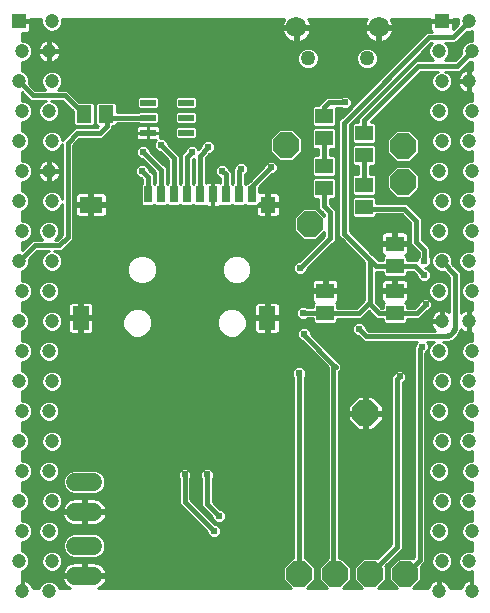
<source format=gbl>
G75*
%MOIN*%
%OFA0B0*%
%FSLAX25Y25*%
%IPPOS*%
%LPD*%
%AMOC8*
5,1,8,0,0,1.08239X$1,22.5*
%
%ADD10C,0.06791*%
%ADD11C,0.05020*%
%ADD12R,0.02756X0.05512*%
%ADD13R,0.05512X0.07874*%
%ADD14R,0.05039X0.05512*%
%ADD15R,0.07677X0.05512*%
%ADD16R,0.05118X0.05906*%
%ADD17R,0.05236X0.02087*%
%ADD18OC8,0.08500*%
%ADD19R,0.05906X0.05118*%
%ADD20C,0.06000*%
%ADD21C,0.04724*%
%ADD22R,0.04724X0.04724*%
%ADD23C,0.01000*%
%ADD24C,0.02400*%
%ADD25C,0.01600*%
D10*
X0118404Y0193003D03*
X0145963Y0193003D03*
D11*
X0142026Y0182668D03*
X0122341Y0182668D03*
D12*
X0103640Y0137373D03*
X0099310Y0137373D03*
X0094979Y0137373D03*
X0090648Y0137373D03*
X0086318Y0137373D03*
X0081987Y0137373D03*
X0077656Y0137373D03*
X0073325Y0137373D03*
X0068995Y0137373D03*
D13*
X0046554Y0096152D03*
X0108759Y0096152D03*
D14*
X0108995Y0133948D03*
D15*
X0049999Y0133948D03*
D16*
X0047538Y0164066D03*
X0055018Y0164066D03*
D17*
X0068994Y0162885D03*
X0068994Y0167885D03*
X0068994Y0157885D03*
X0081594Y0157885D03*
X0081594Y0162885D03*
X0081594Y0167885D03*
D18*
X0115058Y0153830D03*
X0122932Y0127452D03*
X0154034Y0141625D03*
X0154034Y0153436D03*
X0141436Y0064459D03*
X0143010Y0010916D03*
X0131199Y0010916D03*
X0119388Y0010916D03*
X0154822Y0010916D03*
D19*
X0151278Y0097727D03*
X0151278Y0105207D03*
X0151278Y0113475D03*
X0151278Y0120956D03*
X0141042Y0133160D03*
X0141042Y0140641D03*
X0141042Y0150483D03*
X0141042Y0157963D03*
X0127656Y0155995D03*
X0127656Y0163475D03*
X0127656Y0146940D03*
X0127656Y0139459D03*
X0128050Y0105207D03*
X0128050Y0097727D03*
D20*
X0050735Y0041507D02*
X0044735Y0041507D01*
X0044735Y0031507D02*
X0050735Y0031507D01*
X0050735Y0020247D02*
X0044735Y0020247D01*
X0044735Y0010247D02*
X0050735Y0010247D01*
D21*
X0026936Y0005050D03*
X0035936Y0005050D03*
X0036936Y0015050D03*
X0035936Y0025050D03*
X0026936Y0025050D03*
X0025936Y0015050D03*
X0025936Y0035050D03*
X0026936Y0045050D03*
X0035936Y0045050D03*
X0036936Y0035050D03*
X0036936Y0055050D03*
X0035936Y0065050D03*
X0026936Y0065050D03*
X0025936Y0055050D03*
X0025936Y0075050D03*
X0026936Y0085050D03*
X0035936Y0085050D03*
X0036936Y0075050D03*
X0036936Y0095050D03*
X0035936Y0105050D03*
X0036936Y0115050D03*
X0035936Y0125050D03*
X0026936Y0125050D03*
X0025936Y0115050D03*
X0026936Y0105050D03*
X0025936Y0095050D03*
X0025936Y0135050D03*
X0026936Y0145050D03*
X0035936Y0145050D03*
X0036936Y0135050D03*
X0036936Y0155050D03*
X0035936Y0165050D03*
X0026936Y0165050D03*
X0025936Y0155050D03*
X0025936Y0175050D03*
X0026936Y0185050D03*
X0035936Y0185050D03*
X0036936Y0175050D03*
X0036936Y0195050D03*
X0165936Y0185050D03*
X0166936Y0175050D03*
X0175936Y0175050D03*
X0176936Y0185050D03*
X0175936Y0195050D03*
X0176936Y0165050D03*
X0175936Y0155050D03*
X0166936Y0155050D03*
X0165936Y0145050D03*
X0166936Y0135050D03*
X0175936Y0135050D03*
X0176936Y0125050D03*
X0175936Y0115050D03*
X0166936Y0115050D03*
X0165936Y0105050D03*
X0166936Y0095050D03*
X0175936Y0095050D03*
X0176936Y0085050D03*
X0175936Y0075050D03*
X0166936Y0075050D03*
X0165936Y0065050D03*
X0166936Y0055050D03*
X0175936Y0055050D03*
X0176936Y0045050D03*
X0175936Y0035050D03*
X0166936Y0035050D03*
X0165936Y0045050D03*
X0165936Y0025050D03*
X0166936Y0015050D03*
X0175936Y0015050D03*
X0176936Y0005050D03*
X0165936Y0005050D03*
X0176936Y0025050D03*
X0176936Y0065050D03*
X0165936Y0085050D03*
X0176936Y0105050D03*
X0165936Y0125050D03*
X0176936Y0145050D03*
X0165936Y0165050D03*
D22*
X0166936Y0195050D03*
X0025936Y0195050D03*
D23*
X0026908Y0195337D02*
X0029798Y0195337D01*
X0029798Y0195725D01*
X0033473Y0195725D01*
X0033473Y0194361D01*
X0034001Y0193089D01*
X0034975Y0192115D01*
X0036247Y0191588D01*
X0037624Y0191588D01*
X0038897Y0192115D01*
X0039871Y0193089D01*
X0040398Y0194361D01*
X0040398Y0195725D01*
X0114331Y0195725D01*
X0114217Y0195569D01*
X0113867Y0194882D01*
X0113629Y0194149D01*
X0113527Y0193503D01*
X0117904Y0193503D01*
X0117904Y0192503D01*
X0113527Y0192503D01*
X0113629Y0191856D01*
X0113867Y0191123D01*
X0114217Y0190437D01*
X0114670Y0189813D01*
X0115215Y0189269D01*
X0115838Y0188816D01*
X0116525Y0188466D01*
X0117258Y0188228D01*
X0117904Y0188125D01*
X0117904Y0192503D01*
X0118904Y0192503D01*
X0118904Y0193503D01*
X0123282Y0193503D01*
X0123179Y0194149D01*
X0122941Y0194882D01*
X0122591Y0195569D01*
X0122478Y0195725D01*
X0141890Y0195725D01*
X0141776Y0195569D01*
X0141426Y0194882D01*
X0141188Y0194149D01*
X0141086Y0193503D01*
X0145463Y0193503D01*
X0145463Y0192503D01*
X0141086Y0192503D01*
X0141188Y0191856D01*
X0141426Y0191123D01*
X0141776Y0190437D01*
X0142229Y0189813D01*
X0142774Y0189269D01*
X0143397Y0188816D01*
X0144084Y0188466D01*
X0144817Y0188228D01*
X0145463Y0188125D01*
X0145463Y0192503D01*
X0146463Y0192503D01*
X0146463Y0188125D01*
X0147110Y0188228D01*
X0147843Y0188466D01*
X0148529Y0188816D01*
X0149153Y0189269D01*
X0149697Y0189813D01*
X0150150Y0190437D01*
X0150500Y0191123D01*
X0150738Y0191856D01*
X0150841Y0192503D01*
X0146463Y0192503D01*
X0146463Y0193503D01*
X0150841Y0193503D01*
X0150738Y0194149D01*
X0150500Y0194882D01*
X0150150Y0195569D01*
X0150037Y0195725D01*
X0163073Y0195725D01*
X0163073Y0195337D01*
X0166648Y0195337D01*
X0166648Y0194763D01*
X0163073Y0194763D01*
X0163073Y0192490D01*
X0163176Y0192109D01*
X0163373Y0191767D01*
X0163584Y0191556D01*
X0161909Y0191556D01*
X0160796Y0190443D01*
X0133562Y0163210D01*
X0132449Y0162097D01*
X0132449Y0123515D01*
X0133562Y0122402D01*
X0133562Y0122402D01*
X0141110Y0114854D01*
X0141110Y0102254D01*
X0138483Y0099627D01*
X0132103Y0099627D01*
X0132103Y0100742D01*
X0131589Y0101255D01*
X0131924Y0101448D01*
X0132203Y0101727D01*
X0132400Y0102069D01*
X0132503Y0102451D01*
X0132503Y0104707D01*
X0128550Y0104707D01*
X0128550Y0105707D01*
X0132503Y0105707D01*
X0132503Y0107964D01*
X0132400Y0108346D01*
X0132203Y0108688D01*
X0131924Y0108967D01*
X0131582Y0109164D01*
X0131200Y0109267D01*
X0128550Y0109267D01*
X0128550Y0105708D01*
X0127550Y0105708D01*
X0127550Y0109267D01*
X0124900Y0109267D01*
X0124518Y0109164D01*
X0124176Y0108967D01*
X0123897Y0108688D01*
X0123699Y0108346D01*
X0123597Y0107964D01*
X0123597Y0105707D01*
X0127550Y0105707D01*
X0127550Y0104707D01*
X0123597Y0104707D01*
X0123597Y0102451D01*
X0123699Y0102069D01*
X0123897Y0101727D01*
X0124176Y0101448D01*
X0124510Y0101255D01*
X0123997Y0100742D01*
X0123997Y0099824D01*
X0121922Y0099824D01*
X0121522Y0100224D01*
X0119617Y0100224D01*
X0118270Y0098877D01*
X0118270Y0096971D01*
X0119617Y0095624D01*
X0121522Y0095624D01*
X0121922Y0096024D01*
X0123997Y0096024D01*
X0123997Y0094712D01*
X0124641Y0094068D01*
X0131458Y0094068D01*
X0132103Y0094712D01*
X0132103Y0095827D01*
X0140057Y0095827D01*
X0142617Y0098387D01*
X0145176Y0095827D01*
X0147225Y0095827D01*
X0147225Y0094712D01*
X0147870Y0094068D01*
X0154687Y0094068D01*
X0155331Y0094712D01*
X0155331Y0095827D01*
X0159349Y0095827D01*
X0160462Y0096940D01*
X0161901Y0098380D01*
X0162467Y0098380D01*
X0163814Y0099727D01*
X0163814Y0101633D01*
X0162467Y0102980D01*
X0160562Y0102980D01*
X0159214Y0101633D01*
X0159214Y0101067D01*
X0157775Y0099627D01*
X0155331Y0099627D01*
X0155331Y0100742D01*
X0154818Y0101255D01*
X0155152Y0101448D01*
X0155431Y0101727D01*
X0155629Y0102069D01*
X0155731Y0102451D01*
X0155731Y0104707D01*
X0151778Y0104707D01*
X0151778Y0105707D01*
X0155731Y0105707D01*
X0155731Y0107964D01*
X0155629Y0108346D01*
X0155431Y0108688D01*
X0155152Y0108967D01*
X0154810Y0109164D01*
X0154428Y0109267D01*
X0151778Y0109267D01*
X0151778Y0105708D01*
X0150778Y0105708D01*
X0150778Y0109267D01*
X0148128Y0109267D01*
X0147746Y0109164D01*
X0147404Y0108967D01*
X0147125Y0108688D01*
X0146928Y0108346D01*
X0146825Y0107964D01*
X0146825Y0105707D01*
X0150778Y0105707D01*
X0150778Y0104707D01*
X0146825Y0104707D01*
X0146825Y0102451D01*
X0146928Y0102069D01*
X0147125Y0101727D01*
X0147404Y0101448D01*
X0147739Y0101255D01*
X0147225Y0100742D01*
X0147225Y0099627D01*
X0146750Y0099627D01*
X0144910Y0101467D01*
X0144910Y0111575D01*
X0147225Y0111575D01*
X0147225Y0110460D01*
X0147870Y0109816D01*
X0154687Y0109816D01*
X0155331Y0110460D01*
X0155331Y0111575D01*
X0157381Y0111575D01*
X0158821Y0110135D01*
X0158821Y0109570D01*
X0160168Y0108222D01*
X0162073Y0108222D01*
X0163421Y0109570D01*
X0163421Y0111475D01*
X0162073Y0112822D01*
X0161508Y0112822D01*
X0161383Y0112947D01*
X0162073Y0112947D01*
X0163421Y0114294D01*
X0163421Y0116200D01*
X0163021Y0116600D01*
X0163021Y0119577D01*
X0160265Y0122333D01*
X0160265Y0129420D01*
X0156328Y0133357D01*
X0155215Y0134470D01*
X0145095Y0134470D01*
X0145095Y0136175D01*
X0144450Y0136819D01*
X0137634Y0136819D01*
X0136989Y0136175D01*
X0136989Y0130146D01*
X0137634Y0129501D01*
X0144450Y0129501D01*
X0145095Y0130146D01*
X0145095Y0130670D01*
X0153641Y0130670D01*
X0156465Y0127846D01*
X0156465Y0120759D01*
X0157578Y0119646D01*
X0159221Y0118003D01*
X0159221Y0116600D01*
X0158821Y0116200D01*
X0158821Y0115375D01*
X0155331Y0115375D01*
X0155331Y0116490D01*
X0154818Y0117003D01*
X0155152Y0117196D01*
X0155431Y0117475D01*
X0155629Y0117817D01*
X0155731Y0118199D01*
X0155731Y0120456D01*
X0151778Y0120456D01*
X0151778Y0121455D01*
X0155731Y0121455D01*
X0155731Y0123712D01*
X0155629Y0124094D01*
X0155431Y0124436D01*
X0155152Y0124715D01*
X0154810Y0124912D01*
X0154428Y0125015D01*
X0151778Y0125015D01*
X0151778Y0121456D01*
X0150778Y0121456D01*
X0150778Y0125015D01*
X0148128Y0125015D01*
X0147746Y0124912D01*
X0147404Y0124715D01*
X0147125Y0124436D01*
X0146928Y0124094D01*
X0146825Y0123712D01*
X0146825Y0121455D01*
X0150778Y0121455D01*
X0150778Y0120456D01*
X0146825Y0120456D01*
X0146825Y0118199D01*
X0146928Y0117817D01*
X0147125Y0117475D01*
X0147404Y0117196D01*
X0147739Y0117003D01*
X0147225Y0116490D01*
X0147225Y0115375D01*
X0145963Y0115375D01*
X0144910Y0116428D01*
X0143797Y0117541D01*
X0136249Y0125089D01*
X0136249Y0160523D01*
X0163483Y0187756D01*
X0163746Y0187756D01*
X0163001Y0187011D01*
X0162473Y0185739D01*
X0162473Y0184361D01*
X0163001Y0183089D01*
X0163975Y0182115D01*
X0163992Y0182107D01*
X0158365Y0182107D01*
X0157252Y0180994D01*
X0139142Y0162884D01*
X0139142Y0161622D01*
X0137634Y0161622D01*
X0136989Y0160978D01*
X0136989Y0154949D01*
X0137634Y0154304D01*
X0144450Y0154304D01*
X0145095Y0154949D01*
X0145095Y0160978D01*
X0144450Y0161622D01*
X0143254Y0161622D01*
X0159939Y0178307D01*
X0165753Y0178307D01*
X0164975Y0177985D01*
X0164001Y0177011D01*
X0163473Y0175739D01*
X0163473Y0174361D01*
X0164001Y0173089D01*
X0164975Y0172115D01*
X0166247Y0171588D01*
X0167624Y0171588D01*
X0168897Y0172115D01*
X0169871Y0173089D01*
X0170398Y0174361D01*
X0170398Y0175739D01*
X0169871Y0177011D01*
X0168897Y0177985D01*
X0168119Y0178307D01*
X0172880Y0178307D01*
X0176186Y0181613D01*
X0176247Y0181588D01*
X0176908Y0181588D01*
X0176908Y0178794D01*
X0176316Y0178912D01*
X0176223Y0178912D01*
X0176223Y0175337D01*
X0175648Y0175337D01*
X0175648Y0174763D01*
X0172073Y0174763D01*
X0172073Y0174670D01*
X0172222Y0173923D01*
X0172513Y0173221D01*
X0172936Y0172588D01*
X0173474Y0172050D01*
X0174106Y0171627D01*
X0174809Y0171336D01*
X0175555Y0171188D01*
X0175648Y0171188D01*
X0175648Y0174763D01*
X0176223Y0174763D01*
X0176223Y0171188D01*
X0176316Y0171188D01*
X0176908Y0171306D01*
X0176908Y0168512D01*
X0176247Y0168512D01*
X0174975Y0167985D01*
X0174001Y0167011D01*
X0173473Y0165739D01*
X0173473Y0164361D01*
X0174001Y0163089D01*
X0174975Y0162115D01*
X0176247Y0161588D01*
X0176908Y0161588D01*
X0176908Y0158395D01*
X0176624Y0158512D01*
X0175247Y0158512D01*
X0173975Y0157985D01*
X0173001Y0157011D01*
X0172473Y0155739D01*
X0172473Y0154361D01*
X0173001Y0153089D01*
X0173975Y0152115D01*
X0175247Y0151588D01*
X0176624Y0151588D01*
X0176908Y0151705D01*
X0176908Y0148512D01*
X0176247Y0148512D01*
X0174975Y0147985D01*
X0174001Y0147011D01*
X0173473Y0145739D01*
X0173473Y0144361D01*
X0174001Y0143089D01*
X0174975Y0142115D01*
X0176247Y0141588D01*
X0176908Y0141588D01*
X0176908Y0138395D01*
X0176624Y0138512D01*
X0175247Y0138512D01*
X0173975Y0137985D01*
X0173001Y0137011D01*
X0172473Y0135739D01*
X0172473Y0134361D01*
X0173001Y0133089D01*
X0173975Y0132115D01*
X0175247Y0131588D01*
X0176624Y0131588D01*
X0176908Y0131705D01*
X0176908Y0128512D01*
X0176247Y0128512D01*
X0174975Y0127985D01*
X0174001Y0127011D01*
X0173473Y0125739D01*
X0173473Y0124361D01*
X0174001Y0123089D01*
X0174975Y0122115D01*
X0176247Y0121588D01*
X0176908Y0121588D01*
X0176908Y0118395D01*
X0176624Y0118512D01*
X0175247Y0118512D01*
X0173975Y0117985D01*
X0173001Y0117011D01*
X0172473Y0115739D01*
X0172473Y0114361D01*
X0173001Y0113089D01*
X0173975Y0112115D01*
X0175247Y0111588D01*
X0176624Y0111588D01*
X0176908Y0111705D01*
X0176908Y0108512D01*
X0176247Y0108512D01*
X0174975Y0107985D01*
X0174001Y0107011D01*
X0173473Y0105739D01*
X0173473Y0104361D01*
X0174001Y0103089D01*
X0174975Y0102115D01*
X0176247Y0101588D01*
X0176908Y0101588D01*
X0176908Y0098794D01*
X0176316Y0098912D01*
X0176223Y0098912D01*
X0176223Y0095337D01*
X0175648Y0095337D01*
X0175648Y0098912D01*
X0175555Y0098912D01*
X0174809Y0098764D01*
X0174106Y0098473D01*
X0173474Y0098050D01*
X0173257Y0097833D01*
X0173257Y0111416D01*
X0170373Y0114300D01*
X0170398Y0114361D01*
X0170398Y0115739D01*
X0169871Y0117011D01*
X0168897Y0117985D01*
X0167624Y0118512D01*
X0166247Y0118512D01*
X0164975Y0117985D01*
X0164001Y0117011D01*
X0163473Y0115739D01*
X0163473Y0114361D01*
X0164001Y0113089D01*
X0164975Y0112115D01*
X0166247Y0111588D01*
X0167624Y0111588D01*
X0167686Y0111613D01*
X0169457Y0109842D01*
X0169457Y0097991D01*
X0169398Y0098050D01*
X0168765Y0098473D01*
X0168062Y0098764D01*
X0167316Y0098912D01*
X0167223Y0098912D01*
X0167223Y0095337D01*
X0166648Y0095337D01*
X0166648Y0094763D01*
X0163073Y0094763D01*
X0163073Y0094670D01*
X0163222Y0093923D01*
X0163513Y0093221D01*
X0163936Y0092588D01*
X0164474Y0092050D01*
X0164623Y0091950D01*
X0142616Y0091950D01*
X0141767Y0092799D01*
X0141767Y0093365D01*
X0140420Y0094712D01*
X0138514Y0094712D01*
X0137167Y0093365D01*
X0137167Y0091460D01*
X0138514Y0090112D01*
X0139080Y0090112D01*
X0141042Y0088150D01*
X0158724Y0088150D01*
X0158033Y0087459D01*
X0158033Y0086894D01*
X0157646Y0086506D01*
X0157646Y0016428D01*
X0157261Y0016043D01*
X0157038Y0016266D01*
X0152605Y0016266D01*
X0149472Y0013132D01*
X0149472Y0008700D01*
X0152137Y0006034D01*
X0145695Y0006034D01*
X0148360Y0008700D01*
X0148360Y0013132D01*
X0148137Y0013356D01*
X0153966Y0019184D01*
X0153966Y0074524D01*
X0155153Y0075711D01*
X0155153Y0077617D01*
X0153806Y0078964D01*
X0151900Y0078964D01*
X0150553Y0077617D01*
X0150553Y0077051D01*
X0150166Y0076664D01*
X0150166Y0020758D01*
X0145450Y0016043D01*
X0145227Y0016266D01*
X0140794Y0016266D01*
X0137660Y0013132D01*
X0137660Y0008700D01*
X0140326Y0006034D01*
X0133884Y0006034D01*
X0136549Y0008700D01*
X0136549Y0013132D01*
X0133416Y0016266D01*
X0132706Y0016266D01*
X0132706Y0078239D01*
X0133493Y0079027D01*
X0133493Y0080601D01*
X0132706Y0081388D01*
X0131593Y0082501D01*
X0123263Y0090831D01*
X0123263Y0091790D01*
X0121916Y0093137D01*
X0120011Y0093137D01*
X0118663Y0091790D01*
X0118663Y0089885D01*
X0120011Y0088537D01*
X0120183Y0088537D01*
X0128906Y0079814D01*
X0128906Y0016188D01*
X0125849Y0013132D01*
X0125849Y0008700D01*
X0128515Y0006034D01*
X0122073Y0006034D01*
X0124738Y0008700D01*
X0124738Y0013132D01*
X0121604Y0016266D01*
X0121288Y0016266D01*
X0121288Y0076493D01*
X0121688Y0076893D01*
X0121688Y0078798D01*
X0120341Y0080145D01*
X0118436Y0080145D01*
X0117088Y0078798D01*
X0117088Y0076893D01*
X0117488Y0076493D01*
X0117488Y0016266D01*
X0117172Y0016266D01*
X0114038Y0013132D01*
X0114038Y0008700D01*
X0116704Y0006034D01*
X0052332Y0006034D01*
X0052462Y0006077D01*
X0053093Y0006398D01*
X0053666Y0006814D01*
X0054167Y0007315D01*
X0054584Y0007888D01*
X0054905Y0008519D01*
X0055124Y0009193D01*
X0055212Y0009747D01*
X0048235Y0009747D01*
X0048235Y0010747D01*
X0047235Y0010747D01*
X0047235Y0014747D01*
X0044381Y0014747D01*
X0043681Y0014636D01*
X0043007Y0014417D01*
X0042376Y0014096D01*
X0041803Y0013679D01*
X0041302Y0013178D01*
X0040886Y0012605D01*
X0040565Y0011974D01*
X0040346Y0011301D01*
X0040258Y0010747D01*
X0047235Y0010747D01*
X0047235Y0009747D01*
X0040258Y0009747D01*
X0040346Y0009193D01*
X0040565Y0008519D01*
X0040886Y0007888D01*
X0041302Y0007315D01*
X0041803Y0006814D01*
X0042376Y0006398D01*
X0043007Y0006077D01*
X0043138Y0006034D01*
X0039275Y0006034D01*
X0038871Y0007011D01*
X0037897Y0007985D01*
X0036624Y0008512D01*
X0035247Y0008512D01*
X0033975Y0007985D01*
X0033001Y0007011D01*
X0032596Y0006034D01*
X0030678Y0006034D01*
X0030649Y0006177D01*
X0030358Y0006879D01*
X0029936Y0007512D01*
X0029398Y0008050D01*
X0028765Y0008473D01*
X0028062Y0008764D01*
X0027316Y0008912D01*
X0027223Y0008912D01*
X0027223Y0006034D01*
X0026908Y0006034D01*
X0026908Y0011705D01*
X0027897Y0012115D01*
X0028871Y0013089D01*
X0029398Y0014361D01*
X0029398Y0015739D01*
X0028871Y0017011D01*
X0027897Y0017985D01*
X0026908Y0018395D01*
X0026908Y0021588D01*
X0027624Y0021588D01*
X0028897Y0022115D01*
X0029871Y0023089D01*
X0030398Y0024361D01*
X0030398Y0025739D01*
X0029871Y0027011D01*
X0028897Y0027985D01*
X0027624Y0028512D01*
X0026908Y0028512D01*
X0026908Y0031705D01*
X0027897Y0032115D01*
X0028871Y0033089D01*
X0029398Y0034361D01*
X0029398Y0035739D01*
X0028871Y0037011D01*
X0027897Y0037985D01*
X0026908Y0038395D01*
X0026908Y0041588D01*
X0027624Y0041588D01*
X0028897Y0042115D01*
X0029871Y0043089D01*
X0030398Y0044361D01*
X0030398Y0045739D01*
X0029871Y0047011D01*
X0028897Y0047985D01*
X0027624Y0048512D01*
X0026908Y0048512D01*
X0026908Y0051705D01*
X0027897Y0052115D01*
X0028871Y0053089D01*
X0029398Y0054361D01*
X0029398Y0055739D01*
X0028871Y0057011D01*
X0027897Y0057985D01*
X0026908Y0058395D01*
X0026908Y0061588D01*
X0027624Y0061588D01*
X0028897Y0062115D01*
X0029871Y0063089D01*
X0030398Y0064361D01*
X0030398Y0065739D01*
X0029871Y0067011D01*
X0028897Y0067985D01*
X0027624Y0068512D01*
X0026908Y0068512D01*
X0026908Y0071705D01*
X0027897Y0072115D01*
X0028871Y0073089D01*
X0029398Y0074361D01*
X0029398Y0075739D01*
X0028871Y0077011D01*
X0027897Y0077985D01*
X0026908Y0078395D01*
X0026908Y0081588D01*
X0027624Y0081588D01*
X0028897Y0082115D01*
X0029871Y0083089D01*
X0030398Y0084361D01*
X0030398Y0085739D01*
X0029871Y0087011D01*
X0028897Y0087985D01*
X0027624Y0088512D01*
X0026908Y0088512D01*
X0026908Y0091705D01*
X0027897Y0092115D01*
X0028871Y0093089D01*
X0029398Y0094361D01*
X0029398Y0095739D01*
X0028871Y0097011D01*
X0027897Y0097985D01*
X0026908Y0098395D01*
X0026908Y0101588D01*
X0027624Y0101588D01*
X0028897Y0102115D01*
X0029871Y0103089D01*
X0030398Y0104361D01*
X0030398Y0105739D01*
X0029871Y0107011D01*
X0028897Y0107985D01*
X0027624Y0108512D01*
X0026908Y0108512D01*
X0026908Y0111705D01*
X0027897Y0112115D01*
X0028871Y0113089D01*
X0029398Y0114361D01*
X0029398Y0115739D01*
X0029373Y0115800D01*
X0032038Y0118465D01*
X0036133Y0118465D01*
X0034975Y0117985D01*
X0034001Y0117011D01*
X0033473Y0115739D01*
X0033473Y0114361D01*
X0034001Y0113089D01*
X0034975Y0112115D01*
X0036247Y0111588D01*
X0037624Y0111588D01*
X0038897Y0112115D01*
X0039871Y0113089D01*
X0040398Y0114361D01*
X0040398Y0115739D01*
X0039871Y0117011D01*
X0038897Y0117985D01*
X0037738Y0118465D01*
X0040254Y0118465D01*
X0043010Y0121221D01*
X0044123Y0122334D01*
X0044123Y0153830D01*
X0046160Y0155867D01*
X0053640Y0155867D01*
X0056002Y0158229D01*
X0057115Y0159342D01*
X0057115Y0160013D01*
X0058033Y0160013D01*
X0058677Y0160657D01*
X0058677Y0160985D01*
X0065677Y0160985D01*
X0065920Y0160741D01*
X0072068Y0160741D01*
X0072712Y0161386D01*
X0072712Y0164384D01*
X0072068Y0165028D01*
X0065920Y0165028D01*
X0065677Y0164785D01*
X0058677Y0164785D01*
X0058677Y0167474D01*
X0058033Y0168118D01*
X0052004Y0168118D01*
X0051359Y0167474D01*
X0051359Y0160657D01*
X0052004Y0160013D01*
X0052412Y0160013D01*
X0052066Y0159667D01*
X0044586Y0159667D01*
X0043473Y0158554D01*
X0040398Y0155479D01*
X0040398Y0155739D01*
X0039871Y0157011D01*
X0038897Y0157985D01*
X0037624Y0158512D01*
X0036247Y0158512D01*
X0034975Y0157985D01*
X0034001Y0157011D01*
X0033473Y0155739D01*
X0033473Y0154361D01*
X0034001Y0153089D01*
X0034975Y0152115D01*
X0036247Y0151588D01*
X0037624Y0151588D01*
X0038897Y0152115D01*
X0039871Y0153089D01*
X0040323Y0154181D01*
X0040323Y0135919D01*
X0039871Y0137011D01*
X0038897Y0137985D01*
X0037624Y0138512D01*
X0036247Y0138512D01*
X0034975Y0137985D01*
X0034001Y0137011D01*
X0033473Y0135739D01*
X0033473Y0134361D01*
X0034001Y0133089D01*
X0034975Y0132115D01*
X0036247Y0131588D01*
X0037624Y0131588D01*
X0038897Y0132115D01*
X0039871Y0133089D01*
X0040323Y0134181D01*
X0040323Y0123908D01*
X0038680Y0122265D01*
X0038047Y0122265D01*
X0038871Y0123089D01*
X0039398Y0124361D01*
X0039398Y0125739D01*
X0038871Y0127011D01*
X0037897Y0127985D01*
X0036624Y0128512D01*
X0035247Y0128512D01*
X0033975Y0127985D01*
X0033001Y0127011D01*
X0032473Y0125739D01*
X0032473Y0124361D01*
X0033001Y0123089D01*
X0033824Y0122265D01*
X0030464Y0122265D01*
X0026908Y0118709D01*
X0026908Y0121588D01*
X0027624Y0121588D01*
X0028897Y0122115D01*
X0029871Y0123089D01*
X0030398Y0124361D01*
X0030398Y0125739D01*
X0029871Y0127011D01*
X0028897Y0127985D01*
X0027624Y0128512D01*
X0026908Y0128512D01*
X0026908Y0131705D01*
X0027897Y0132115D01*
X0028871Y0133089D01*
X0029398Y0134361D01*
X0029398Y0135739D01*
X0028871Y0137011D01*
X0027897Y0137985D01*
X0026908Y0138395D01*
X0026908Y0141588D01*
X0027624Y0141588D01*
X0028897Y0142115D01*
X0029871Y0143089D01*
X0030398Y0144361D01*
X0030398Y0145739D01*
X0029871Y0147011D01*
X0028897Y0147985D01*
X0027624Y0148512D01*
X0026908Y0148512D01*
X0026908Y0151705D01*
X0027897Y0152115D01*
X0028871Y0153089D01*
X0029398Y0154361D01*
X0029398Y0155739D01*
X0028871Y0157011D01*
X0027897Y0157985D01*
X0026908Y0158395D01*
X0026908Y0161588D01*
X0027624Y0161588D01*
X0028897Y0162115D01*
X0029871Y0163089D01*
X0030398Y0164361D01*
X0030398Y0165739D01*
X0029871Y0167011D01*
X0028897Y0167985D01*
X0027624Y0168512D01*
X0026908Y0168512D01*
X0026908Y0171391D01*
X0029834Y0168465D01*
X0035133Y0168465D01*
X0033975Y0167985D01*
X0033001Y0167011D01*
X0032473Y0165739D01*
X0032473Y0164361D01*
X0033001Y0163089D01*
X0033975Y0162115D01*
X0035247Y0161588D01*
X0036624Y0161588D01*
X0037897Y0162115D01*
X0038871Y0163089D01*
X0039398Y0164361D01*
X0039398Y0165739D01*
X0038871Y0167011D01*
X0037897Y0167985D01*
X0036738Y0168465D01*
X0040452Y0168465D01*
X0043879Y0165038D01*
X0043879Y0160657D01*
X0044523Y0160013D01*
X0050553Y0160013D01*
X0051197Y0160657D01*
X0051197Y0167474D01*
X0050553Y0168118D01*
X0046172Y0168118D01*
X0042026Y0172265D01*
X0039047Y0172265D01*
X0039871Y0173089D01*
X0040398Y0174361D01*
X0040398Y0175739D01*
X0039871Y0177011D01*
X0038897Y0177985D01*
X0037624Y0178512D01*
X0036247Y0178512D01*
X0034975Y0177985D01*
X0034001Y0177011D01*
X0033473Y0175739D01*
X0033473Y0174361D01*
X0034001Y0173089D01*
X0034824Y0172265D01*
X0031408Y0172265D01*
X0029373Y0174300D01*
X0029398Y0174361D01*
X0029398Y0175739D01*
X0028871Y0177011D01*
X0027897Y0177985D01*
X0026908Y0178395D01*
X0026908Y0181588D01*
X0027624Y0181588D01*
X0028897Y0182115D01*
X0029871Y0183089D01*
X0030398Y0184361D01*
X0030398Y0185739D01*
X0029871Y0187011D01*
X0028897Y0187985D01*
X0027624Y0188512D01*
X0026908Y0188512D01*
X0026908Y0191188D01*
X0028495Y0191188D01*
X0028877Y0191290D01*
X0029219Y0191487D01*
X0029498Y0191767D01*
X0029696Y0192109D01*
X0029798Y0192490D01*
X0029798Y0194763D01*
X0026908Y0194763D01*
X0026908Y0195337D01*
X0029798Y0195669D02*
X0033473Y0195669D01*
X0033473Y0194670D02*
X0029798Y0194670D01*
X0029798Y0193672D02*
X0033759Y0193672D01*
X0034416Y0192673D02*
X0029798Y0192673D01*
X0029406Y0191675D02*
X0036037Y0191675D01*
X0037835Y0191675D02*
X0113688Y0191675D01*
X0114095Y0190676D02*
X0026908Y0190676D01*
X0026908Y0189678D02*
X0114806Y0189678D01*
X0116106Y0188679D02*
X0037266Y0188679D01*
X0037062Y0188764D02*
X0036316Y0188912D01*
X0036223Y0188912D01*
X0036223Y0185337D01*
X0039798Y0185337D01*
X0039798Y0185430D01*
X0039649Y0186177D01*
X0039358Y0186879D01*
X0038936Y0187512D01*
X0038398Y0188050D01*
X0037765Y0188473D01*
X0037062Y0188764D01*
X0036223Y0188679D02*
X0035648Y0188679D01*
X0035648Y0188912D02*
X0035555Y0188912D01*
X0034809Y0188764D01*
X0034106Y0188473D01*
X0033474Y0188050D01*
X0032936Y0187512D01*
X0032513Y0186879D01*
X0032222Y0186177D01*
X0032073Y0185430D01*
X0032073Y0185337D01*
X0035648Y0185337D01*
X0035648Y0184763D01*
X0032073Y0184763D01*
X0032073Y0184670D01*
X0032222Y0183923D01*
X0032513Y0183221D01*
X0032936Y0182588D01*
X0033474Y0182050D01*
X0034106Y0181627D01*
X0034809Y0181336D01*
X0035555Y0181188D01*
X0035648Y0181188D01*
X0035648Y0184763D01*
X0036223Y0184763D01*
X0036223Y0185337D01*
X0035648Y0185337D01*
X0035648Y0188912D01*
X0034605Y0188679D02*
X0026908Y0188679D01*
X0029201Y0187681D02*
X0033105Y0187681D01*
X0032431Y0186682D02*
X0030007Y0186682D01*
X0030398Y0185684D02*
X0032124Y0185684D01*
X0032073Y0184685D02*
X0030398Y0184685D01*
X0030118Y0183687D02*
X0032320Y0183687D01*
X0032869Y0182688D02*
X0029470Y0182688D01*
X0027870Y0181690D02*
X0034013Y0181690D01*
X0035648Y0181690D02*
X0036223Y0181690D01*
X0036223Y0181188D02*
X0036316Y0181188D01*
X0037062Y0181336D01*
X0037765Y0181627D01*
X0038398Y0182050D01*
X0038936Y0182588D01*
X0039358Y0183221D01*
X0039649Y0183923D01*
X0039798Y0184670D01*
X0039798Y0184763D01*
X0036223Y0184763D01*
X0036223Y0181188D01*
X0036223Y0182688D02*
X0035648Y0182688D01*
X0035648Y0183687D02*
X0036223Y0183687D01*
X0036223Y0184685D02*
X0035648Y0184685D01*
X0035648Y0185684D02*
X0036223Y0185684D01*
X0036223Y0186682D02*
X0035648Y0186682D01*
X0035648Y0187681D02*
X0036223Y0187681D01*
X0038767Y0187681D02*
X0158033Y0187681D01*
X0159032Y0188679D02*
X0148262Y0188679D01*
X0149562Y0189678D02*
X0160030Y0189678D01*
X0160796Y0190443D02*
X0160796Y0190443D01*
X0161029Y0190676D02*
X0150272Y0190676D01*
X0150679Y0191675D02*
X0163465Y0191675D01*
X0163073Y0192673D02*
X0146463Y0192673D01*
X0146463Y0191675D02*
X0145463Y0191675D01*
X0145463Y0192673D02*
X0118904Y0192673D01*
X0118904Y0192503D02*
X0123282Y0192503D01*
X0123179Y0191856D01*
X0122941Y0191123D01*
X0122591Y0190437D01*
X0122138Y0189813D01*
X0121594Y0189269D01*
X0120970Y0188816D01*
X0120283Y0188466D01*
X0119551Y0188228D01*
X0118904Y0188125D01*
X0118904Y0192503D01*
X0118904Y0191675D02*
X0117904Y0191675D01*
X0117904Y0192673D02*
X0039455Y0192673D01*
X0040112Y0193672D02*
X0113553Y0193672D01*
X0113798Y0194670D02*
X0040398Y0194670D01*
X0040398Y0195669D02*
X0114290Y0195669D01*
X0117904Y0190676D02*
X0118904Y0190676D01*
X0118904Y0189678D02*
X0117904Y0189678D01*
X0117904Y0188679D02*
X0118904Y0188679D01*
X0120703Y0188679D02*
X0143665Y0188679D01*
X0142365Y0189678D02*
X0122003Y0189678D01*
X0122713Y0190676D02*
X0141654Y0190676D01*
X0141247Y0191675D02*
X0123120Y0191675D01*
X0123255Y0193672D02*
X0141113Y0193672D01*
X0141357Y0194670D02*
X0123010Y0194670D01*
X0122518Y0195669D02*
X0141849Y0195669D01*
X0145463Y0190676D02*
X0146463Y0190676D01*
X0146463Y0189678D02*
X0145463Y0189678D01*
X0145463Y0188679D02*
X0146463Y0188679D01*
X0144071Y0185728D02*
X0142744Y0186278D01*
X0141308Y0186278D01*
X0139981Y0185728D01*
X0138966Y0184713D01*
X0138416Y0183386D01*
X0138416Y0181950D01*
X0138966Y0180623D01*
X0139981Y0179608D01*
X0141308Y0179058D01*
X0142744Y0179058D01*
X0144071Y0179608D01*
X0145087Y0180623D01*
X0145636Y0181950D01*
X0145636Y0183386D01*
X0145087Y0184713D01*
X0144071Y0185728D01*
X0144116Y0185684D02*
X0156036Y0185684D01*
X0157035Y0186682D02*
X0039440Y0186682D01*
X0039747Y0185684D02*
X0120252Y0185684D01*
X0120296Y0185728D02*
X0119281Y0184713D01*
X0118731Y0183386D01*
X0118731Y0181950D01*
X0119281Y0180623D01*
X0120296Y0179608D01*
X0121623Y0179058D01*
X0123059Y0179058D01*
X0124386Y0179608D01*
X0125401Y0180623D01*
X0125951Y0181950D01*
X0125951Y0183386D01*
X0125401Y0184713D01*
X0124386Y0185728D01*
X0123059Y0186278D01*
X0121623Y0186278D01*
X0120296Y0185728D01*
X0119269Y0184685D02*
X0039798Y0184685D01*
X0039551Y0183687D02*
X0118856Y0183687D01*
X0118731Y0182688D02*
X0039003Y0182688D01*
X0037858Y0181690D02*
X0118839Y0181690D01*
X0119253Y0180691D02*
X0026908Y0180691D01*
X0026908Y0179693D02*
X0120212Y0179693D01*
X0124471Y0179693D02*
X0139897Y0179693D01*
X0138938Y0180691D02*
X0125430Y0180691D01*
X0125843Y0181690D02*
X0138524Y0181690D01*
X0138416Y0182688D02*
X0125951Y0182688D01*
X0125827Y0183687D02*
X0138541Y0183687D01*
X0138955Y0184685D02*
X0125413Y0184685D01*
X0124431Y0185684D02*
X0139937Y0185684D01*
X0145098Y0184685D02*
X0155038Y0184685D01*
X0154039Y0183687D02*
X0145512Y0183687D01*
X0145636Y0182688D02*
X0153041Y0182688D01*
X0152042Y0181690D02*
X0145528Y0181690D01*
X0145115Y0180691D02*
X0151043Y0180691D01*
X0150045Y0179693D02*
X0144156Y0179693D01*
X0147049Y0176697D02*
X0040001Y0176697D01*
X0040398Y0175699D02*
X0146051Y0175699D01*
X0145052Y0174700D02*
X0040398Y0174700D01*
X0040125Y0173702D02*
X0144054Y0173702D01*
X0143055Y0172703D02*
X0039485Y0172703D01*
X0042586Y0171705D02*
X0142057Y0171705D01*
X0141058Y0170706D02*
X0043585Y0170706D01*
X0044583Y0169708D02*
X0065600Y0169708D01*
X0065920Y0170028D02*
X0065276Y0169384D01*
X0065276Y0166386D01*
X0065920Y0165741D01*
X0072068Y0165741D01*
X0072712Y0166386D01*
X0072712Y0169384D01*
X0072068Y0170028D01*
X0065920Y0170028D01*
X0065276Y0168709D02*
X0045582Y0168709D01*
X0042205Y0166712D02*
X0038995Y0166712D01*
X0039398Y0165714D02*
X0043203Y0165714D01*
X0043879Y0164715D02*
X0039398Y0164715D01*
X0039131Y0163717D02*
X0043879Y0163717D01*
X0043879Y0162718D02*
X0038500Y0162718D01*
X0036942Y0161720D02*
X0043879Y0161720D01*
X0043879Y0160721D02*
X0026908Y0160721D01*
X0026908Y0159722D02*
X0052122Y0159722D01*
X0051359Y0160721D02*
X0051197Y0160721D01*
X0051197Y0161720D02*
X0051359Y0161720D01*
X0051359Y0162718D02*
X0051197Y0162718D01*
X0051197Y0163717D02*
X0051359Y0163717D01*
X0051359Y0164715D02*
X0051197Y0164715D01*
X0051197Y0165714D02*
X0051359Y0165714D01*
X0051359Y0166712D02*
X0051197Y0166712D01*
X0050961Y0167711D02*
X0051596Y0167711D01*
X0058441Y0167711D02*
X0065276Y0167711D01*
X0065276Y0166712D02*
X0058677Y0166712D01*
X0058677Y0165714D02*
X0123603Y0165714D01*
X0123603Y0166490D02*
X0123603Y0160460D01*
X0124248Y0159816D01*
X0131065Y0159816D01*
X0131709Y0160460D01*
X0131709Y0166103D01*
X0133390Y0166103D01*
X0133790Y0165703D01*
X0135695Y0165703D01*
X0137043Y0167050D01*
X0137043Y0168955D01*
X0135695Y0170303D01*
X0133790Y0170303D01*
X0133390Y0169903D01*
X0128444Y0169903D01*
X0127331Y0168790D01*
X0125756Y0167215D01*
X0125756Y0167134D01*
X0124248Y0167134D01*
X0123603Y0166490D01*
X0123826Y0166712D02*
X0085312Y0166712D01*
X0085312Y0166386D02*
X0085312Y0169384D01*
X0084668Y0170028D01*
X0078520Y0170028D01*
X0077876Y0169384D01*
X0077876Y0166386D01*
X0078520Y0165741D01*
X0084668Y0165741D01*
X0085312Y0166386D01*
X0085312Y0167711D02*
X0126252Y0167711D01*
X0127250Y0168709D02*
X0085312Y0168709D01*
X0084988Y0169708D02*
X0128249Y0169708D01*
X0131709Y0165714D02*
X0133779Y0165714D01*
X0135067Y0164715D02*
X0131709Y0164715D01*
X0131709Y0163717D02*
X0134069Y0163717D01*
X0133562Y0163210D02*
X0133562Y0163210D01*
X0133070Y0162718D02*
X0131709Y0162718D01*
X0131709Y0161720D02*
X0132449Y0161720D01*
X0132449Y0160721D02*
X0131709Y0160721D01*
X0132449Y0159722D02*
X0084973Y0159722D01*
X0084668Y0160028D02*
X0085312Y0159384D01*
X0085312Y0156386D01*
X0084668Y0155741D01*
X0078520Y0155741D01*
X0077876Y0156386D01*
X0077876Y0159384D01*
X0078520Y0160028D01*
X0084668Y0160028D01*
X0084668Y0160741D02*
X0085312Y0161386D01*
X0085312Y0164384D01*
X0084668Y0165028D01*
X0078520Y0165028D01*
X0077876Y0164384D01*
X0077876Y0161386D01*
X0078520Y0160741D01*
X0084668Y0160741D01*
X0085312Y0161720D02*
X0123603Y0161720D01*
X0123603Y0162718D02*
X0085312Y0162718D01*
X0085312Y0163717D02*
X0123603Y0163717D01*
X0123603Y0164715D02*
X0084981Y0164715D01*
X0085312Y0158724D02*
X0112386Y0158724D01*
X0112842Y0159180D02*
X0109708Y0156046D01*
X0109708Y0151613D01*
X0112842Y0148480D01*
X0117274Y0148480D01*
X0120408Y0151613D01*
X0120408Y0156046D01*
X0117274Y0159180D01*
X0112842Y0159180D01*
X0111388Y0157725D02*
X0085312Y0157725D01*
X0085312Y0156727D02*
X0110389Y0156727D01*
X0109708Y0155728D02*
X0074679Y0155728D01*
X0074278Y0156130D02*
X0072933Y0156130D01*
X0073010Y0156262D01*
X0073112Y0156644D01*
X0073112Y0157863D01*
X0069016Y0157863D01*
X0069016Y0157906D01*
X0073112Y0157906D01*
X0073112Y0159125D01*
X0073010Y0159507D01*
X0072812Y0159849D01*
X0072533Y0160128D01*
X0072191Y0160326D01*
X0071810Y0160428D01*
X0069016Y0160428D01*
X0069016Y0157906D01*
X0068972Y0157906D01*
X0068972Y0157863D01*
X0064876Y0157863D01*
X0064876Y0156644D01*
X0064978Y0156262D01*
X0065176Y0155920D01*
X0065455Y0155641D01*
X0065797Y0155444D01*
X0066178Y0155341D01*
X0068972Y0155341D01*
X0068972Y0157863D01*
X0069016Y0157863D01*
X0069016Y0155341D01*
X0071585Y0155341D01*
X0071025Y0154782D01*
X0071025Y0152877D01*
X0072373Y0151530D01*
X0072938Y0151530D01*
X0075756Y0148712D01*
X0075756Y0141162D01*
X0075491Y0140897D01*
X0075225Y0141162D01*
X0075225Y0146349D01*
X0074112Y0147462D01*
X0069720Y0151854D01*
X0069720Y0152420D01*
X0068373Y0153767D01*
X0066467Y0153767D01*
X0065120Y0152420D01*
X0065120Y0150515D01*
X0066467Y0149167D01*
X0067033Y0149167D01*
X0071425Y0144775D01*
X0071425Y0141162D01*
X0071160Y0140897D01*
X0070895Y0141162D01*
X0070895Y0143987D01*
X0069782Y0145100D01*
X0069326Y0145555D01*
X0069326Y0146121D01*
X0067979Y0147468D01*
X0066074Y0147468D01*
X0064726Y0146121D01*
X0064726Y0144215D01*
X0066074Y0142868D01*
X0066639Y0142868D01*
X0067095Y0142413D01*
X0067095Y0141162D01*
X0066517Y0140584D01*
X0066517Y0134161D01*
X0067161Y0133517D01*
X0070828Y0133517D01*
X0071160Y0133849D01*
X0071492Y0133517D01*
X0075159Y0133517D01*
X0075491Y0133849D01*
X0075823Y0133517D01*
X0079490Y0133517D01*
X0079822Y0133849D01*
X0080153Y0133517D01*
X0083820Y0133517D01*
X0084152Y0133849D01*
X0084484Y0133517D01*
X0088151Y0133517D01*
X0088200Y0133566D01*
X0088349Y0133417D01*
X0088691Y0133219D01*
X0089073Y0133117D01*
X0090459Y0133117D01*
X0090459Y0137184D01*
X0090837Y0137184D01*
X0090837Y0133117D01*
X0092224Y0133117D01*
X0092605Y0133219D01*
X0092947Y0133417D01*
X0093096Y0133566D01*
X0093145Y0133517D01*
X0096813Y0133517D01*
X0097144Y0133849D01*
X0097476Y0133517D01*
X0101143Y0133517D01*
X0101475Y0133849D01*
X0101807Y0133517D01*
X0105474Y0133517D01*
X0106118Y0134161D01*
X0106118Y0134448D01*
X0108495Y0134448D01*
X0108495Y0138204D01*
X0106278Y0138204D01*
X0106118Y0138161D01*
X0106118Y0139841D01*
X0110327Y0144049D01*
X0110892Y0144049D01*
X0112240Y0145397D01*
X0112240Y0147302D01*
X0110892Y0148649D01*
X0108987Y0148649D01*
X0107640Y0147302D01*
X0107640Y0146736D01*
X0102853Y0141950D01*
X0102132Y0141229D01*
X0101807Y0141229D01*
X0101475Y0140897D01*
X0101210Y0141162D01*
X0101210Y0143815D01*
X0102397Y0145003D01*
X0102397Y0146908D01*
X0101050Y0148255D01*
X0099144Y0148255D01*
X0097797Y0146908D01*
X0097797Y0146343D01*
X0097410Y0145955D01*
X0097410Y0141162D01*
X0097144Y0140897D01*
X0096879Y0141162D01*
X0096879Y0144774D01*
X0096098Y0145555D01*
X0096098Y0146121D01*
X0094751Y0147468D01*
X0092845Y0147468D01*
X0091498Y0146121D01*
X0091498Y0144215D01*
X0092845Y0142868D01*
X0093079Y0142868D01*
X0093079Y0141197D01*
X0092947Y0141329D01*
X0092605Y0141527D01*
X0092224Y0141629D01*
X0090837Y0141629D01*
X0090837Y0137562D01*
X0090459Y0137562D01*
X0090459Y0141629D01*
X0089073Y0141629D01*
X0088691Y0141527D01*
X0088349Y0141329D01*
X0088218Y0141197D01*
X0088218Y0149499D01*
X0089460Y0150742D01*
X0090026Y0150742D01*
X0091373Y0152089D01*
X0091373Y0153995D01*
X0090026Y0155342D01*
X0088121Y0155342D01*
X0086773Y0153995D01*
X0086773Y0153429D01*
X0085813Y0152469D01*
X0084514Y0153767D01*
X0082609Y0153767D01*
X0081262Y0152420D01*
X0081262Y0151854D01*
X0080087Y0150680D01*
X0080087Y0141162D01*
X0079822Y0140897D01*
X0079556Y0141162D01*
X0079556Y0150286D01*
X0078443Y0151399D01*
X0075625Y0154217D01*
X0075625Y0154782D01*
X0074278Y0156130D01*
X0073112Y0156727D02*
X0077876Y0156727D01*
X0077876Y0157725D02*
X0073112Y0157725D01*
X0073112Y0158724D02*
X0077876Y0158724D01*
X0078215Y0159722D02*
X0072885Y0159722D01*
X0072712Y0161720D02*
X0077876Y0161720D01*
X0077876Y0162718D02*
X0072712Y0162718D01*
X0072712Y0163717D02*
X0077876Y0163717D01*
X0078207Y0164715D02*
X0072381Y0164715D01*
X0072712Y0166712D02*
X0077876Y0166712D01*
X0077876Y0167711D02*
X0072712Y0167711D01*
X0072712Y0168709D02*
X0077876Y0168709D01*
X0078200Y0169708D02*
X0072388Y0169708D01*
X0068972Y0160428D02*
X0066178Y0160428D01*
X0065797Y0160326D01*
X0065455Y0160128D01*
X0065176Y0159849D01*
X0064978Y0159507D01*
X0064876Y0159125D01*
X0064876Y0157906D01*
X0068972Y0157906D01*
X0068972Y0160428D01*
X0068972Y0159722D02*
X0069016Y0159722D01*
X0068972Y0158724D02*
X0069016Y0158724D01*
X0068972Y0157725D02*
X0069016Y0157725D01*
X0068972Y0156727D02*
X0069016Y0156727D01*
X0068972Y0155728D02*
X0069016Y0155728D01*
X0068409Y0153731D02*
X0071025Y0153731D01*
X0071025Y0154730D02*
X0045023Y0154730D01*
X0044123Y0153731D02*
X0066431Y0153731D01*
X0065433Y0152733D02*
X0044123Y0152733D01*
X0044123Y0151734D02*
X0065120Y0151734D01*
X0065120Y0150736D02*
X0044123Y0150736D01*
X0044123Y0149737D02*
X0065897Y0149737D01*
X0067461Y0148739D02*
X0044123Y0148739D01*
X0044123Y0147740D02*
X0068460Y0147740D01*
X0068705Y0146742D02*
X0069458Y0146742D01*
X0069326Y0145743D02*
X0070457Y0145743D01*
X0070137Y0144745D02*
X0071425Y0144745D01*
X0071425Y0143746D02*
X0070895Y0143746D01*
X0070895Y0142748D02*
X0071425Y0142748D01*
X0071425Y0141749D02*
X0070895Y0141749D01*
X0067095Y0141749D02*
X0044123Y0141749D01*
X0044123Y0140751D02*
X0066683Y0140751D01*
X0066517Y0139752D02*
X0044123Y0139752D01*
X0044123Y0138754D02*
X0066517Y0138754D01*
X0066517Y0137755D02*
X0054907Y0137755D01*
X0055038Y0137625D02*
X0054758Y0137904D01*
X0054416Y0138101D01*
X0054035Y0138204D01*
X0050499Y0138204D01*
X0050499Y0134448D01*
X0049499Y0134448D01*
X0049499Y0138204D01*
X0045963Y0138204D01*
X0045581Y0138101D01*
X0045239Y0137904D01*
X0044960Y0137625D01*
X0044762Y0137283D01*
X0044660Y0136901D01*
X0044660Y0134448D01*
X0049499Y0134448D01*
X0049499Y0133448D01*
X0050499Y0133448D01*
X0050499Y0134448D01*
X0055337Y0134448D01*
X0055337Y0136901D01*
X0055235Y0137283D01*
X0055038Y0137625D01*
X0055337Y0136757D02*
X0066517Y0136757D01*
X0066517Y0135758D02*
X0055337Y0135758D01*
X0055337Y0134760D02*
X0066517Y0134760D01*
X0066917Y0133761D02*
X0050499Y0133761D01*
X0050499Y0133448D02*
X0055337Y0133448D01*
X0055337Y0130994D01*
X0055235Y0130613D01*
X0055038Y0130271D01*
X0054758Y0129991D01*
X0054416Y0129794D01*
X0054035Y0129692D01*
X0050499Y0129692D01*
X0050499Y0133448D01*
X0050499Y0132763D02*
X0049499Y0132763D01*
X0049499Y0133448D02*
X0049499Y0129692D01*
X0045963Y0129692D01*
X0045581Y0129794D01*
X0045239Y0129991D01*
X0044960Y0130271D01*
X0044762Y0130613D01*
X0044660Y0130994D01*
X0044660Y0133448D01*
X0049499Y0133448D01*
X0049499Y0133761D02*
X0044123Y0133761D01*
X0044123Y0132763D02*
X0044660Y0132763D01*
X0044660Y0131764D02*
X0044123Y0131764D01*
X0044123Y0130766D02*
X0044721Y0130766D01*
X0044123Y0129767D02*
X0045681Y0129767D01*
X0044123Y0128769D02*
X0117582Y0128769D01*
X0117582Y0129668D02*
X0117582Y0125236D01*
X0120716Y0122102D01*
X0125148Y0122102D01*
X0127725Y0124678D01*
X0127725Y0123514D01*
X0119395Y0115185D01*
X0118829Y0115185D01*
X0117482Y0113837D01*
X0117482Y0111932D01*
X0118829Y0110585D01*
X0120735Y0110585D01*
X0122082Y0111932D01*
X0122082Y0112498D01*
X0130412Y0120827D01*
X0131525Y0121940D01*
X0131525Y0132176D01*
X0129556Y0134144D01*
X0129556Y0135800D01*
X0131065Y0135800D01*
X0131709Y0136445D01*
X0131709Y0142474D01*
X0131065Y0143118D01*
X0124248Y0143118D01*
X0123603Y0142474D01*
X0123603Y0136445D01*
X0124248Y0135800D01*
X0125756Y0135800D01*
X0125756Y0132570D01*
X0126869Y0131457D01*
X0127725Y0130602D01*
X0127725Y0130225D01*
X0125148Y0132802D01*
X0120716Y0132802D01*
X0117582Y0129668D01*
X0117681Y0129767D02*
X0111993Y0129767D01*
X0112093Y0129794D02*
X0112435Y0129991D01*
X0112715Y0130271D01*
X0112912Y0130613D01*
X0113014Y0130994D01*
X0113014Y0133448D01*
X0109495Y0133448D01*
X0109495Y0134448D01*
X0108495Y0134448D01*
X0108495Y0133448D01*
X0104975Y0133448D01*
X0104975Y0130994D01*
X0105077Y0130613D01*
X0105275Y0130271D01*
X0105554Y0129991D01*
X0105896Y0129794D01*
X0106278Y0129692D01*
X0108495Y0129692D01*
X0108495Y0133448D01*
X0109495Y0133448D01*
X0109495Y0129692D01*
X0111712Y0129692D01*
X0112093Y0129794D01*
X0112953Y0130766D02*
X0118680Y0130766D01*
X0119678Y0131764D02*
X0113014Y0131764D01*
X0113014Y0132763D02*
X0120677Y0132763D01*
X0123603Y0136757D02*
X0113014Y0136757D01*
X0113014Y0136901D02*
X0112912Y0137283D01*
X0112715Y0137625D01*
X0112435Y0137904D01*
X0112093Y0138101D01*
X0111712Y0138204D01*
X0109495Y0138204D01*
X0109495Y0134448D01*
X0113014Y0134448D01*
X0113014Y0136901D01*
X0112584Y0137755D02*
X0123603Y0137755D01*
X0123603Y0138754D02*
X0106118Y0138754D01*
X0106118Y0139752D02*
X0123603Y0139752D01*
X0123603Y0140751D02*
X0107028Y0140751D01*
X0108027Y0141749D02*
X0123603Y0141749D01*
X0123877Y0142748D02*
X0109025Y0142748D01*
X0110024Y0143746D02*
X0123782Y0143746D01*
X0123603Y0143925D02*
X0124248Y0143281D01*
X0131065Y0143281D01*
X0131709Y0143925D01*
X0131709Y0149954D01*
X0131065Y0150599D01*
X0129556Y0150599D01*
X0129556Y0152336D01*
X0131065Y0152336D01*
X0131709Y0152980D01*
X0131709Y0159010D01*
X0131065Y0159654D01*
X0124248Y0159654D01*
X0123603Y0159010D01*
X0123603Y0152980D01*
X0124248Y0152336D01*
X0125756Y0152336D01*
X0125756Y0150599D01*
X0124248Y0150599D01*
X0123603Y0149954D01*
X0123603Y0143925D01*
X0123603Y0144745D02*
X0111588Y0144745D01*
X0112240Y0145743D02*
X0123603Y0145743D01*
X0123603Y0146742D02*
X0112240Y0146742D01*
X0111801Y0147740D02*
X0123603Y0147740D01*
X0123603Y0148739D02*
X0117533Y0148739D01*
X0118532Y0149737D02*
X0123603Y0149737D01*
X0125756Y0150736D02*
X0119530Y0150736D01*
X0120408Y0151734D02*
X0125756Y0151734D01*
X0123851Y0152733D02*
X0120408Y0152733D01*
X0120408Y0153731D02*
X0123603Y0153731D01*
X0123603Y0154730D02*
X0120408Y0154730D01*
X0120408Y0155728D02*
X0123603Y0155728D01*
X0123603Y0156727D02*
X0119726Y0156727D01*
X0118728Y0157725D02*
X0123603Y0157725D01*
X0123603Y0158724D02*
X0117729Y0158724D01*
X0123603Y0160721D02*
X0058677Y0160721D01*
X0057115Y0159722D02*
X0065103Y0159722D01*
X0064876Y0158724D02*
X0056497Y0158724D01*
X0055499Y0157725D02*
X0064876Y0157725D01*
X0064876Y0156727D02*
X0054500Y0156727D01*
X0046022Y0155728D02*
X0065367Y0155728D01*
X0069407Y0152733D02*
X0071169Y0152733D01*
X0072168Y0151734D02*
X0069840Y0151734D01*
X0070838Y0150736D02*
X0073732Y0150736D01*
X0074731Y0149737D02*
X0071837Y0149737D01*
X0072835Y0148739D02*
X0075729Y0148739D01*
X0075756Y0147740D02*
X0073834Y0147740D01*
X0074832Y0146742D02*
X0075756Y0146742D01*
X0075756Y0145743D02*
X0075225Y0145743D01*
X0075225Y0144745D02*
X0075756Y0144745D01*
X0075756Y0143746D02*
X0075225Y0143746D01*
X0075225Y0142748D02*
X0075756Y0142748D01*
X0075756Y0141749D02*
X0075225Y0141749D01*
X0079556Y0141749D02*
X0080087Y0141749D01*
X0080087Y0142748D02*
X0079556Y0142748D01*
X0079556Y0143746D02*
X0080087Y0143746D01*
X0080087Y0144745D02*
X0079556Y0144745D01*
X0079556Y0145743D02*
X0080087Y0145743D01*
X0080087Y0146742D02*
X0079556Y0146742D01*
X0079556Y0147740D02*
X0080087Y0147740D01*
X0080087Y0148739D02*
X0079556Y0148739D01*
X0079556Y0149737D02*
X0080087Y0149737D01*
X0080143Y0150736D02*
X0079106Y0150736D01*
X0078108Y0151734D02*
X0081142Y0151734D01*
X0081575Y0152733D02*
X0077109Y0152733D01*
X0076111Y0153731D02*
X0082573Y0153731D01*
X0084550Y0153731D02*
X0086773Y0153731D01*
X0086077Y0152733D02*
X0085549Y0152733D01*
X0087509Y0154730D02*
X0075625Y0154730D01*
X0083887Y0149106D02*
X0083949Y0149167D01*
X0084418Y0149167D01*
X0084418Y0141162D01*
X0084152Y0140897D01*
X0083887Y0141162D01*
X0083887Y0149106D01*
X0083887Y0148739D02*
X0084418Y0148739D01*
X0084418Y0147740D02*
X0083887Y0147740D01*
X0083887Y0146742D02*
X0084418Y0146742D01*
X0084418Y0145743D02*
X0083887Y0145743D01*
X0083887Y0144745D02*
X0084418Y0144745D01*
X0084418Y0143746D02*
X0083887Y0143746D01*
X0083887Y0142748D02*
X0084418Y0142748D01*
X0084418Y0141749D02*
X0083887Y0141749D01*
X0088218Y0141749D02*
X0093079Y0141749D01*
X0093079Y0142748D02*
X0088218Y0142748D01*
X0088218Y0143746D02*
X0091967Y0143746D01*
X0091498Y0144745D02*
X0088218Y0144745D01*
X0088218Y0145743D02*
X0091498Y0145743D01*
X0092119Y0146742D02*
X0088218Y0146742D01*
X0088218Y0147740D02*
X0098629Y0147740D01*
X0097797Y0146742D02*
X0095477Y0146742D01*
X0096098Y0145743D02*
X0097410Y0145743D01*
X0097410Y0144745D02*
X0096879Y0144745D01*
X0096879Y0143746D02*
X0097410Y0143746D01*
X0097410Y0142748D02*
X0096879Y0142748D01*
X0096879Y0141749D02*
X0097410Y0141749D01*
X0101210Y0141749D02*
X0102653Y0141749D01*
X0103651Y0142748D02*
X0101210Y0142748D01*
X0101210Y0143746D02*
X0104650Y0143746D01*
X0105648Y0144745D02*
X0102139Y0144745D01*
X0102397Y0145743D02*
X0106647Y0145743D01*
X0107640Y0146742D02*
X0102397Y0146742D01*
X0101565Y0147740D02*
X0108078Y0147740D01*
X0110585Y0150736D02*
X0089454Y0150736D01*
X0088456Y0149737D02*
X0111584Y0149737D01*
X0112582Y0148739D02*
X0088218Y0148739D01*
X0091018Y0151734D02*
X0109708Y0151734D01*
X0109708Y0152733D02*
X0091373Y0152733D01*
X0091373Y0153731D02*
X0109708Y0153731D01*
X0109708Y0154730D02*
X0090638Y0154730D01*
X0090459Y0140751D02*
X0090837Y0140751D01*
X0090837Y0139752D02*
X0090459Y0139752D01*
X0090459Y0138754D02*
X0090837Y0138754D01*
X0090837Y0137755D02*
X0090459Y0137755D01*
X0090459Y0136757D02*
X0090837Y0136757D01*
X0090837Y0135758D02*
X0090459Y0135758D01*
X0090459Y0134760D02*
X0090837Y0134760D01*
X0090837Y0133761D02*
X0090459Y0133761D01*
X0097057Y0133761D02*
X0097232Y0133761D01*
X0101388Y0133761D02*
X0101563Y0133761D01*
X0104975Y0132763D02*
X0055337Y0132763D01*
X0055337Y0131764D02*
X0104975Y0131764D01*
X0105036Y0130766D02*
X0055276Y0130766D01*
X0054316Y0129767D02*
X0105996Y0129767D01*
X0108495Y0129767D02*
X0109495Y0129767D01*
X0109495Y0130766D02*
X0108495Y0130766D01*
X0108495Y0131764D02*
X0109495Y0131764D01*
X0109495Y0132763D02*
X0108495Y0132763D01*
X0108495Y0133761D02*
X0105718Y0133761D01*
X0108495Y0134760D02*
X0109495Y0134760D01*
X0109495Y0135758D02*
X0108495Y0135758D01*
X0108495Y0136757D02*
X0109495Y0136757D01*
X0109495Y0137755D02*
X0108495Y0137755D01*
X0109495Y0133761D02*
X0125756Y0133761D01*
X0125756Y0132763D02*
X0125187Y0132763D01*
X0126185Y0131764D02*
X0126562Y0131764D01*
X0127184Y0130766D02*
X0127561Y0130766D01*
X0129939Y0133761D02*
X0132449Y0133761D01*
X0132449Y0132763D02*
X0130938Y0132763D01*
X0131525Y0131764D02*
X0132449Y0131764D01*
X0132449Y0130766D02*
X0131525Y0130766D01*
X0131525Y0129767D02*
X0132449Y0129767D01*
X0132449Y0128769D02*
X0131525Y0128769D01*
X0131525Y0127770D02*
X0132449Y0127770D01*
X0132449Y0126772D02*
X0131525Y0126772D01*
X0131525Y0125773D02*
X0132449Y0125773D01*
X0132449Y0124775D02*
X0131525Y0124775D01*
X0131525Y0123776D02*
X0132449Y0123776D01*
X0133186Y0122778D02*
X0131525Y0122778D01*
X0131364Y0121779D02*
X0134185Y0121779D01*
X0135184Y0120781D02*
X0130365Y0120781D01*
X0129367Y0119782D02*
X0136182Y0119782D01*
X0137181Y0118784D02*
X0128368Y0118784D01*
X0127370Y0117785D02*
X0138179Y0117785D01*
X0139178Y0116787D02*
X0126371Y0116787D01*
X0125372Y0115788D02*
X0140176Y0115788D01*
X0141110Y0114789D02*
X0124374Y0114789D01*
X0123375Y0113791D02*
X0141110Y0113791D01*
X0141110Y0112792D02*
X0122377Y0112792D01*
X0121944Y0111794D02*
X0141110Y0111794D01*
X0141110Y0110795D02*
X0120946Y0110795D01*
X0118619Y0110795D02*
X0103271Y0110795D01*
X0103483Y0111307D02*
X0102728Y0109484D01*
X0101332Y0108089D01*
X0099509Y0107333D01*
X0097536Y0107333D01*
X0095712Y0108089D01*
X0094317Y0109484D01*
X0093562Y0111307D01*
X0093562Y0113281D01*
X0094317Y0115104D01*
X0095712Y0116500D01*
X0097536Y0117255D01*
X0099509Y0117255D01*
X0101332Y0116500D01*
X0102728Y0115104D01*
X0103483Y0113281D01*
X0103483Y0111307D01*
X0103483Y0111794D02*
X0117620Y0111794D01*
X0117482Y0112792D02*
X0103483Y0112792D01*
X0103272Y0113791D02*
X0117482Y0113791D01*
X0118434Y0114789D02*
X0102858Y0114789D01*
X0102044Y0115788D02*
X0119998Y0115788D01*
X0120997Y0116787D02*
X0100639Y0116787D01*
X0096405Y0116787D02*
X0069143Y0116787D01*
X0069836Y0116500D02*
X0068013Y0117255D01*
X0066040Y0117255D01*
X0064216Y0116500D01*
X0062821Y0115104D01*
X0062066Y0113281D01*
X0062066Y0111307D01*
X0062821Y0109484D01*
X0064216Y0108089D01*
X0066040Y0107333D01*
X0068013Y0107333D01*
X0069836Y0108089D01*
X0071232Y0109484D01*
X0071987Y0111307D01*
X0071987Y0113281D01*
X0071232Y0115104D01*
X0069836Y0116500D01*
X0070548Y0115788D02*
X0095001Y0115788D01*
X0094187Y0114789D02*
X0071362Y0114789D01*
X0071776Y0113791D02*
X0093773Y0113791D01*
X0093562Y0112792D02*
X0071987Y0112792D01*
X0071987Y0111794D02*
X0093562Y0111794D01*
X0093774Y0110795D02*
X0071775Y0110795D01*
X0071361Y0109797D02*
X0094187Y0109797D01*
X0095003Y0108798D02*
X0070546Y0108798D01*
X0069139Y0107800D02*
X0096409Y0107800D01*
X0100635Y0107800D02*
X0123597Y0107800D01*
X0123597Y0106801D02*
X0038958Y0106801D01*
X0038871Y0107011D02*
X0039398Y0105739D01*
X0039398Y0104361D01*
X0038871Y0103089D01*
X0037897Y0102115D01*
X0036624Y0101588D01*
X0035247Y0101588D01*
X0033975Y0102115D01*
X0033001Y0103089D01*
X0032473Y0104361D01*
X0032473Y0105739D01*
X0033001Y0107011D01*
X0033975Y0107985D01*
X0035247Y0108512D01*
X0036624Y0108512D01*
X0037897Y0107985D01*
X0038871Y0107011D01*
X0038082Y0107800D02*
X0064913Y0107800D01*
X0063507Y0108798D02*
X0026908Y0108798D01*
X0026908Y0109797D02*
X0062691Y0109797D01*
X0062278Y0110795D02*
X0026908Y0110795D01*
X0027122Y0111794D02*
X0035749Y0111794D01*
X0034297Y0112792D02*
X0028574Y0112792D01*
X0029162Y0113791D02*
X0033710Y0113791D01*
X0033473Y0114789D02*
X0029398Y0114789D01*
X0029377Y0115788D02*
X0033494Y0115788D01*
X0033908Y0116787D02*
X0030359Y0116787D01*
X0031358Y0117785D02*
X0034774Y0117785D01*
X0033312Y0122778D02*
X0029560Y0122778D01*
X0029978Y0121779D02*
X0028086Y0121779D01*
X0028979Y0120781D02*
X0026908Y0120781D01*
X0026908Y0119782D02*
X0027981Y0119782D01*
X0026982Y0118784D02*
X0026908Y0118784D01*
X0030155Y0123776D02*
X0032716Y0123776D01*
X0032473Y0124775D02*
X0030398Y0124775D01*
X0030384Y0125773D02*
X0032488Y0125773D01*
X0032901Y0126772D02*
X0029970Y0126772D01*
X0029112Y0127770D02*
X0033760Y0127770D01*
X0038112Y0127770D02*
X0040323Y0127770D01*
X0040323Y0126772D02*
X0038970Y0126772D01*
X0039384Y0125773D02*
X0040323Y0125773D01*
X0040323Y0124775D02*
X0039398Y0124775D01*
X0039155Y0123776D02*
X0040191Y0123776D01*
X0039193Y0122778D02*
X0038560Y0122778D01*
X0041571Y0119782D02*
X0123993Y0119782D01*
X0124991Y0120781D02*
X0042570Y0120781D01*
X0043568Y0121779D02*
X0125990Y0121779D01*
X0125824Y0122778D02*
X0126988Y0122778D01*
X0126822Y0123776D02*
X0127725Y0123776D01*
X0122994Y0118784D02*
X0040573Y0118784D01*
X0039097Y0117785D02*
X0121996Y0117785D01*
X0120040Y0122778D02*
X0044123Y0122778D01*
X0044123Y0123776D02*
X0119041Y0123776D01*
X0118043Y0124775D02*
X0044123Y0124775D01*
X0044123Y0125773D02*
X0117582Y0125773D01*
X0117582Y0126772D02*
X0044123Y0126772D01*
X0044123Y0127770D02*
X0117582Y0127770D01*
X0113014Y0134760D02*
X0125756Y0134760D01*
X0125756Y0135758D02*
X0113014Y0135758D01*
X0129556Y0135758D02*
X0132449Y0135758D01*
X0132449Y0134760D02*
X0129556Y0134760D01*
X0131709Y0136757D02*
X0132449Y0136757D01*
X0132449Y0137755D02*
X0131709Y0137755D01*
X0131709Y0138754D02*
X0132449Y0138754D01*
X0132449Y0139752D02*
X0131709Y0139752D01*
X0131709Y0140751D02*
X0132449Y0140751D01*
X0132449Y0141749D02*
X0131709Y0141749D01*
X0131435Y0142748D02*
X0132449Y0142748D01*
X0132449Y0143746D02*
X0131530Y0143746D01*
X0131709Y0144745D02*
X0132449Y0144745D01*
X0132449Y0145743D02*
X0131709Y0145743D01*
X0131709Y0146742D02*
X0132449Y0146742D01*
X0132449Y0147740D02*
X0131709Y0147740D01*
X0131709Y0148739D02*
X0132449Y0148739D01*
X0132449Y0149737D02*
X0131709Y0149737D01*
X0132449Y0150736D02*
X0129556Y0150736D01*
X0129556Y0151734D02*
X0132449Y0151734D01*
X0132449Y0152733D02*
X0131462Y0152733D01*
X0131709Y0153731D02*
X0132449Y0153731D01*
X0132449Y0154730D02*
X0131709Y0154730D01*
X0131709Y0155728D02*
X0132449Y0155728D01*
X0132449Y0156727D02*
X0131709Y0156727D01*
X0131709Y0157725D02*
X0132449Y0157725D01*
X0132449Y0158724D02*
X0131709Y0158724D01*
X0136249Y0158724D02*
X0136989Y0158724D01*
X0136989Y0159722D02*
X0136249Y0159722D01*
X0136447Y0160721D02*
X0136989Y0160721D01*
X0137446Y0161720D02*
X0139142Y0161720D01*
X0139142Y0162718D02*
X0138444Y0162718D01*
X0139443Y0163717D02*
X0139974Y0163717D01*
X0140441Y0164715D02*
X0140973Y0164715D01*
X0141440Y0165714D02*
X0141971Y0165714D01*
X0142438Y0166712D02*
X0142970Y0166712D01*
X0143437Y0167711D02*
X0143968Y0167711D01*
X0144435Y0168709D02*
X0144967Y0168709D01*
X0145434Y0169708D02*
X0145965Y0169708D01*
X0146432Y0170706D02*
X0146964Y0170706D01*
X0147431Y0171705D02*
X0147962Y0171705D01*
X0148429Y0172703D02*
X0148961Y0172703D01*
X0149428Y0173702D02*
X0149959Y0173702D01*
X0150426Y0174700D02*
X0150958Y0174700D01*
X0151425Y0175699D02*
X0151956Y0175699D01*
X0152423Y0176697D02*
X0152955Y0176697D01*
X0153422Y0177696D02*
X0153953Y0177696D01*
X0154420Y0178694D02*
X0154952Y0178694D01*
X0155419Y0179693D02*
X0155950Y0179693D01*
X0156417Y0180691D02*
X0156949Y0180691D01*
X0157416Y0181690D02*
X0157947Y0181690D01*
X0158414Y0182688D02*
X0163401Y0182688D01*
X0162753Y0183687D02*
X0159413Y0183687D01*
X0160411Y0184685D02*
X0162473Y0184685D01*
X0162473Y0185684D02*
X0161410Y0185684D01*
X0162409Y0186682D02*
X0162864Y0186682D01*
X0163407Y0187681D02*
X0163670Y0187681D01*
X0168126Y0187756D02*
X0171329Y0187756D01*
X0175186Y0191613D01*
X0175247Y0191588D01*
X0176624Y0191588D01*
X0176908Y0191705D01*
X0176908Y0188512D01*
X0176247Y0188512D01*
X0174975Y0187985D01*
X0174001Y0187011D01*
X0173473Y0185739D01*
X0173473Y0184361D01*
X0173499Y0184300D01*
X0171306Y0182107D01*
X0167879Y0182107D01*
X0167897Y0182115D01*
X0168871Y0183089D01*
X0169398Y0184361D01*
X0169398Y0185739D01*
X0168871Y0187011D01*
X0168126Y0187756D01*
X0168201Y0187681D02*
X0174670Y0187681D01*
X0173864Y0186682D02*
X0169007Y0186682D01*
X0169398Y0185684D02*
X0173473Y0185684D01*
X0173473Y0184685D02*
X0169398Y0184685D01*
X0169118Y0183687D02*
X0172885Y0183687D01*
X0171887Y0182688D02*
X0168470Y0182688D01*
X0169186Y0177696D02*
X0173119Y0177696D01*
X0172936Y0177512D02*
X0172513Y0176879D01*
X0172222Y0176177D01*
X0172073Y0175430D01*
X0172073Y0175337D01*
X0175648Y0175337D01*
X0175648Y0178912D01*
X0175555Y0178912D01*
X0174809Y0178764D01*
X0174106Y0178473D01*
X0173474Y0178050D01*
X0172936Y0177512D01*
X0172438Y0176697D02*
X0170001Y0176697D01*
X0170398Y0175699D02*
X0172127Y0175699D01*
X0172073Y0174700D02*
X0170398Y0174700D01*
X0170125Y0173702D02*
X0172314Y0173702D01*
X0172859Y0172703D02*
X0169485Y0172703D01*
X0167906Y0171705D02*
X0173991Y0171705D01*
X0175648Y0171705D02*
X0176223Y0171705D01*
X0176223Y0172703D02*
X0175648Y0172703D01*
X0175648Y0173702D02*
X0176223Y0173702D01*
X0176223Y0174700D02*
X0175648Y0174700D01*
X0175648Y0175699D02*
X0176223Y0175699D01*
X0176223Y0176697D02*
X0175648Y0176697D01*
X0175648Y0177696D02*
X0176223Y0177696D01*
X0176223Y0178694D02*
X0175648Y0178694D01*
X0174641Y0178694D02*
X0173267Y0178694D01*
X0174265Y0179693D02*
X0176908Y0179693D01*
X0176908Y0180691D02*
X0175264Y0180691D01*
X0176908Y0188679D02*
X0172252Y0188679D01*
X0173251Y0189678D02*
X0176908Y0189678D01*
X0176908Y0190676D02*
X0174249Y0190676D01*
X0176835Y0191675D02*
X0176908Y0191675D01*
X0172499Y0194300D02*
X0170798Y0192599D01*
X0170798Y0194763D01*
X0167223Y0194763D01*
X0167223Y0195337D01*
X0170798Y0195337D01*
X0170798Y0195725D01*
X0172473Y0195725D01*
X0172473Y0194361D01*
X0172499Y0194300D01*
X0172473Y0194670D02*
X0170798Y0194670D01*
X0170798Y0193672D02*
X0171871Y0193672D01*
X0170872Y0192673D02*
X0170798Y0192673D01*
X0170798Y0195669D02*
X0172473Y0195669D01*
X0163073Y0195669D02*
X0150078Y0195669D01*
X0150569Y0194670D02*
X0163073Y0194670D01*
X0163073Y0193672D02*
X0150814Y0193672D01*
X0149046Y0178694D02*
X0026908Y0178694D01*
X0028186Y0177696D02*
X0034685Y0177696D01*
X0033871Y0176697D02*
X0029001Y0176697D01*
X0029398Y0175699D02*
X0033473Y0175699D01*
X0033473Y0174700D02*
X0029398Y0174700D01*
X0029971Y0173702D02*
X0033747Y0173702D01*
X0034386Y0172703D02*
X0030970Y0172703D01*
X0028591Y0169708D02*
X0026908Y0169708D01*
X0026908Y0170706D02*
X0027593Y0170706D01*
X0026908Y0168709D02*
X0029590Y0168709D01*
X0029171Y0167711D02*
X0033700Y0167711D01*
X0032877Y0166712D02*
X0029995Y0166712D01*
X0030398Y0165714D02*
X0032473Y0165714D01*
X0032473Y0164715D02*
X0030398Y0164715D01*
X0030131Y0163717D02*
X0032741Y0163717D01*
X0033371Y0162718D02*
X0029500Y0162718D01*
X0027942Y0161720D02*
X0034929Y0161720D01*
X0034715Y0157725D02*
X0028156Y0157725D01*
X0028989Y0156727D02*
X0033883Y0156727D01*
X0033473Y0155728D02*
X0029398Y0155728D01*
X0029398Y0154730D02*
X0033473Y0154730D01*
X0033734Y0153731D02*
X0029137Y0153731D01*
X0028515Y0152733D02*
X0034356Y0152733D01*
X0035893Y0151734D02*
X0026978Y0151734D01*
X0026908Y0150736D02*
X0040323Y0150736D01*
X0040323Y0151734D02*
X0037978Y0151734D01*
X0039515Y0152733D02*
X0040323Y0152733D01*
X0040323Y0153731D02*
X0040137Y0153731D01*
X0040398Y0155728D02*
X0040648Y0155728D01*
X0039989Y0156727D02*
X0041646Y0156727D01*
X0042645Y0157725D02*
X0039156Y0157725D01*
X0043643Y0158724D02*
X0026908Y0158724D01*
X0026908Y0149737D02*
X0040323Y0149737D01*
X0040323Y0148739D02*
X0037122Y0148739D01*
X0037062Y0148764D02*
X0036316Y0148912D01*
X0036223Y0148912D01*
X0036223Y0145337D01*
X0039798Y0145337D01*
X0039798Y0145430D01*
X0039649Y0146177D01*
X0039358Y0146879D01*
X0038936Y0147512D01*
X0038398Y0148050D01*
X0037765Y0148473D01*
X0037062Y0148764D01*
X0036223Y0148739D02*
X0035648Y0148739D01*
X0035648Y0148912D02*
X0035555Y0148912D01*
X0034809Y0148764D01*
X0034106Y0148473D01*
X0033474Y0148050D01*
X0032936Y0147512D01*
X0032513Y0146879D01*
X0032222Y0146177D01*
X0032073Y0145430D01*
X0032073Y0145337D01*
X0035648Y0145337D01*
X0035648Y0144763D01*
X0032073Y0144763D01*
X0032073Y0144670D01*
X0032222Y0143923D01*
X0032513Y0143221D01*
X0032936Y0142588D01*
X0033474Y0142050D01*
X0034106Y0141627D01*
X0034809Y0141336D01*
X0035555Y0141188D01*
X0035648Y0141188D01*
X0035648Y0144763D01*
X0036223Y0144763D01*
X0036223Y0145337D01*
X0035648Y0145337D01*
X0035648Y0148912D01*
X0034749Y0148739D02*
X0026908Y0148739D01*
X0029142Y0147740D02*
X0033164Y0147740D01*
X0032456Y0146742D02*
X0029982Y0146742D01*
X0030396Y0145743D02*
X0032136Y0145743D01*
X0032073Y0144745D02*
X0030398Y0144745D01*
X0030143Y0143746D02*
X0032295Y0143746D01*
X0032829Y0142748D02*
X0029530Y0142748D01*
X0028014Y0141749D02*
X0033924Y0141749D01*
X0035648Y0141749D02*
X0036223Y0141749D01*
X0036223Y0141188D02*
X0036316Y0141188D01*
X0037062Y0141336D01*
X0037765Y0141627D01*
X0038398Y0142050D01*
X0038936Y0142588D01*
X0039358Y0143221D01*
X0039649Y0143923D01*
X0039798Y0144670D01*
X0039798Y0144763D01*
X0036223Y0144763D01*
X0036223Y0141188D01*
X0036223Y0142748D02*
X0035648Y0142748D01*
X0035648Y0143746D02*
X0036223Y0143746D01*
X0036223Y0144745D02*
X0035648Y0144745D01*
X0035648Y0145743D02*
X0036223Y0145743D01*
X0036223Y0146742D02*
X0035648Y0146742D01*
X0035648Y0147740D02*
X0036223Y0147740D01*
X0038707Y0147740D02*
X0040323Y0147740D01*
X0040323Y0146742D02*
X0039415Y0146742D01*
X0039736Y0145743D02*
X0040323Y0145743D01*
X0040323Y0144745D02*
X0039798Y0144745D01*
X0039576Y0143746D02*
X0040323Y0143746D01*
X0040323Y0142748D02*
X0039042Y0142748D01*
X0037948Y0141749D02*
X0040323Y0141749D01*
X0040323Y0140751D02*
X0026908Y0140751D01*
X0026908Y0139752D02*
X0040323Y0139752D01*
X0040323Y0138754D02*
X0026908Y0138754D01*
X0028127Y0137755D02*
X0034745Y0137755D01*
X0033895Y0136757D02*
X0028976Y0136757D01*
X0029390Y0135758D02*
X0033482Y0135758D01*
X0033473Y0134760D02*
X0029398Y0134760D01*
X0029149Y0133761D02*
X0033722Y0133761D01*
X0034327Y0132763D02*
X0028545Y0132763D01*
X0027050Y0131764D02*
X0035821Y0131764D01*
X0038050Y0131764D02*
X0040323Y0131764D01*
X0040323Y0130766D02*
X0026908Y0130766D01*
X0026908Y0129767D02*
X0040323Y0129767D01*
X0040323Y0128769D02*
X0026908Y0128769D01*
X0039545Y0132763D02*
X0040323Y0132763D01*
X0040323Y0133761D02*
X0040149Y0133761D01*
X0039976Y0136757D02*
X0040323Y0136757D01*
X0040323Y0137755D02*
X0039127Y0137755D01*
X0044123Y0137755D02*
X0045090Y0137755D01*
X0044660Y0136757D02*
X0044123Y0136757D01*
X0044123Y0135758D02*
X0044660Y0135758D01*
X0044660Y0134760D02*
X0044123Y0134760D01*
X0049499Y0134760D02*
X0050499Y0134760D01*
X0050499Y0135758D02*
X0049499Y0135758D01*
X0049499Y0136757D02*
X0050499Y0136757D01*
X0050499Y0137755D02*
X0049499Y0137755D01*
X0049499Y0131764D02*
X0050499Y0131764D01*
X0050499Y0130766D02*
X0049499Y0130766D01*
X0049499Y0129767D02*
X0050499Y0129767D01*
X0044123Y0142748D02*
X0066760Y0142748D01*
X0065195Y0143746D02*
X0044123Y0143746D01*
X0044123Y0144745D02*
X0064726Y0144745D01*
X0064726Y0145743D02*
X0044123Y0145743D01*
X0044123Y0146742D02*
X0065347Y0146742D01*
X0071073Y0133761D02*
X0071248Y0133761D01*
X0075403Y0133761D02*
X0075578Y0133761D01*
X0079734Y0133761D02*
X0079909Y0133761D01*
X0084065Y0133761D02*
X0084240Y0133761D01*
X0064909Y0116787D02*
X0039964Y0116787D01*
X0040377Y0115788D02*
X0063505Y0115788D01*
X0062691Y0114789D02*
X0040398Y0114789D01*
X0040162Y0113791D02*
X0062277Y0113791D01*
X0062066Y0112792D02*
X0039574Y0112792D01*
X0038122Y0111794D02*
X0062066Y0111794D01*
X0064465Y0099538D02*
X0062641Y0098783D01*
X0061246Y0097388D01*
X0060491Y0095564D01*
X0060491Y0093591D01*
X0061246Y0091768D01*
X0062641Y0090372D01*
X0064465Y0089617D01*
X0066438Y0089617D01*
X0068261Y0090372D01*
X0069657Y0091768D01*
X0070412Y0093591D01*
X0070412Y0095564D01*
X0069657Y0097388D01*
X0068261Y0098783D01*
X0066438Y0099538D01*
X0064465Y0099538D01*
X0062715Y0098813D02*
X0050810Y0098813D01*
X0050810Y0097815D02*
X0061673Y0097815D01*
X0061009Y0096816D02*
X0050810Y0096816D01*
X0050810Y0096652D02*
X0050810Y0100287D01*
X0050707Y0100668D01*
X0050510Y0101010D01*
X0050231Y0101290D01*
X0049889Y0101487D01*
X0049507Y0101589D01*
X0047054Y0101589D01*
X0047054Y0096652D01*
X0050810Y0096652D01*
X0050810Y0095652D02*
X0047054Y0095652D01*
X0047054Y0090715D01*
X0049507Y0090715D01*
X0049889Y0090818D01*
X0050231Y0091015D01*
X0050510Y0091294D01*
X0050707Y0091636D01*
X0050810Y0092018D01*
X0050810Y0095652D01*
X0050810Y0094819D02*
X0060491Y0094819D01*
X0060491Y0093821D02*
X0050810Y0093821D01*
X0050810Y0092822D02*
X0060809Y0092822D01*
X0061223Y0091824D02*
X0050758Y0091824D01*
X0049902Y0090825D02*
X0062188Y0090825D01*
X0063958Y0089827D02*
X0026908Y0089827D01*
X0026908Y0090825D02*
X0043206Y0090825D01*
X0043219Y0090818D02*
X0043600Y0090715D01*
X0046054Y0090715D01*
X0046054Y0095652D01*
X0047054Y0095652D01*
X0047054Y0096652D01*
X0046054Y0096652D01*
X0046054Y0095652D01*
X0042298Y0095652D01*
X0042298Y0092018D01*
X0042400Y0091636D01*
X0042598Y0091294D01*
X0042877Y0091015D01*
X0043219Y0090818D01*
X0042350Y0091824D02*
X0038194Y0091824D01*
X0037624Y0091588D02*
X0038897Y0092115D01*
X0039871Y0093089D01*
X0040398Y0094361D01*
X0040398Y0095739D01*
X0039871Y0097011D01*
X0038897Y0097985D01*
X0037624Y0098512D01*
X0036247Y0098512D01*
X0034975Y0097985D01*
X0034001Y0097011D01*
X0033473Y0095739D01*
X0033473Y0094361D01*
X0034001Y0093089D01*
X0034975Y0092115D01*
X0036247Y0091588D01*
X0037624Y0091588D01*
X0035677Y0091824D02*
X0027194Y0091824D01*
X0028604Y0092822D02*
X0034267Y0092822D01*
X0033697Y0093821D02*
X0029174Y0093821D01*
X0029398Y0094819D02*
X0033473Y0094819D01*
X0033506Y0095818D02*
X0029365Y0095818D01*
X0028952Y0096816D02*
X0033920Y0096816D01*
X0034804Y0097815D02*
X0028067Y0097815D01*
X0026908Y0098813D02*
X0042298Y0098813D01*
X0042298Y0097815D02*
X0039067Y0097815D01*
X0039952Y0096816D02*
X0042298Y0096816D01*
X0042298Y0096652D02*
X0046054Y0096652D01*
X0046054Y0101589D01*
X0043600Y0101589D01*
X0043219Y0101487D01*
X0042877Y0101290D01*
X0042598Y0101010D01*
X0042400Y0100668D01*
X0042298Y0100287D01*
X0042298Y0096652D01*
X0042298Y0094819D02*
X0040398Y0094819D01*
X0040365Y0095818D02*
X0046054Y0095818D01*
X0046054Y0096816D02*
X0047054Y0096816D01*
X0047054Y0095818D02*
X0060596Y0095818D01*
X0066945Y0089827D02*
X0095454Y0089827D01*
X0095961Y0089617D02*
X0097934Y0089617D01*
X0099757Y0090372D01*
X0101153Y0091768D01*
X0101908Y0093591D01*
X0101908Y0095564D01*
X0101153Y0097388D01*
X0099757Y0098783D01*
X0097934Y0099538D01*
X0095961Y0099538D01*
X0094138Y0098783D01*
X0092742Y0097388D01*
X0091987Y0095564D01*
X0091987Y0093591D01*
X0092742Y0091768D01*
X0094138Y0090372D01*
X0095961Y0089617D01*
X0098441Y0089827D02*
X0118721Y0089827D01*
X0118663Y0090825D02*
X0112107Y0090825D01*
X0112093Y0090818D02*
X0112435Y0091015D01*
X0112715Y0091294D01*
X0112912Y0091636D01*
X0113014Y0092018D01*
X0113014Y0095652D01*
X0109259Y0095652D01*
X0109259Y0096652D01*
X0113014Y0096652D01*
X0113014Y0100287D01*
X0112912Y0100668D01*
X0112715Y0101010D01*
X0112435Y0101290D01*
X0112093Y0101487D01*
X0111712Y0101589D01*
X0109258Y0101589D01*
X0109258Y0096652D01*
X0108259Y0096652D01*
X0108259Y0101589D01*
X0105805Y0101589D01*
X0105424Y0101487D01*
X0105082Y0101290D01*
X0104802Y0101010D01*
X0104605Y0100668D01*
X0104503Y0100287D01*
X0104503Y0096652D01*
X0108258Y0096652D01*
X0108258Y0095652D01*
X0104503Y0095652D01*
X0104503Y0092018D01*
X0104605Y0091636D01*
X0104802Y0091294D01*
X0105082Y0091015D01*
X0105424Y0090818D01*
X0105805Y0090715D01*
X0108259Y0090715D01*
X0108259Y0095652D01*
X0109258Y0095652D01*
X0109258Y0090715D01*
X0111712Y0090715D01*
X0112093Y0090818D01*
X0112962Y0091824D02*
X0118697Y0091824D01*
X0119695Y0092822D02*
X0113014Y0092822D01*
X0113014Y0093821D02*
X0137623Y0093821D01*
X0137167Y0092822D02*
X0122231Y0092822D01*
X0123230Y0091824D02*
X0137167Y0091824D01*
X0137801Y0090825D02*
X0123269Y0090825D01*
X0124267Y0089827D02*
X0139366Y0089827D01*
X0140364Y0088828D02*
X0125266Y0088828D01*
X0126264Y0087830D02*
X0158404Y0087830D01*
X0157971Y0086831D02*
X0127263Y0086831D01*
X0128261Y0085833D02*
X0157646Y0085833D01*
X0157646Y0084834D02*
X0129260Y0084834D01*
X0130258Y0083836D02*
X0157646Y0083836D01*
X0157646Y0082837D02*
X0131257Y0082837D01*
X0132255Y0081839D02*
X0157646Y0081839D01*
X0157646Y0080840D02*
X0133254Y0080840D01*
X0133493Y0079842D02*
X0157646Y0079842D01*
X0157646Y0078843D02*
X0153927Y0078843D01*
X0154925Y0077845D02*
X0157646Y0077845D01*
X0157646Y0076846D02*
X0155153Y0076846D01*
X0155153Y0075848D02*
X0157646Y0075848D01*
X0157646Y0074849D02*
X0154291Y0074849D01*
X0153966Y0073851D02*
X0157646Y0073851D01*
X0157646Y0072852D02*
X0153966Y0072852D01*
X0153966Y0071853D02*
X0157646Y0071853D01*
X0157646Y0070855D02*
X0153966Y0070855D01*
X0153966Y0069856D02*
X0157646Y0069856D01*
X0157646Y0068858D02*
X0153966Y0068858D01*
X0153966Y0067859D02*
X0157646Y0067859D01*
X0157646Y0066861D02*
X0153966Y0066861D01*
X0153966Y0065862D02*
X0157646Y0065862D01*
X0157646Y0064864D02*
X0153966Y0064864D01*
X0153966Y0063865D02*
X0157646Y0063865D01*
X0157646Y0062867D02*
X0153966Y0062867D01*
X0153966Y0061868D02*
X0157646Y0061868D01*
X0157646Y0060870D02*
X0153966Y0060870D01*
X0153966Y0059871D02*
X0157646Y0059871D01*
X0157646Y0058873D02*
X0153966Y0058873D01*
X0153966Y0057874D02*
X0157646Y0057874D01*
X0157646Y0056876D02*
X0153966Y0056876D01*
X0153966Y0055877D02*
X0157646Y0055877D01*
X0157646Y0054879D02*
X0153966Y0054879D01*
X0153966Y0053880D02*
X0157646Y0053880D01*
X0157646Y0052882D02*
X0153966Y0052882D01*
X0153966Y0051883D02*
X0157646Y0051883D01*
X0157646Y0050885D02*
X0153966Y0050885D01*
X0153966Y0049886D02*
X0157646Y0049886D01*
X0157646Y0048888D02*
X0153966Y0048888D01*
X0153966Y0047889D02*
X0157646Y0047889D01*
X0157646Y0046891D02*
X0153966Y0046891D01*
X0153966Y0045892D02*
X0157646Y0045892D01*
X0157646Y0044894D02*
X0153966Y0044894D01*
X0153966Y0043895D02*
X0157646Y0043895D01*
X0157646Y0042897D02*
X0153966Y0042897D01*
X0153966Y0041898D02*
X0157646Y0041898D01*
X0157646Y0040900D02*
X0153966Y0040900D01*
X0153966Y0039901D02*
X0157646Y0039901D01*
X0157646Y0038903D02*
X0153966Y0038903D01*
X0153966Y0037904D02*
X0157646Y0037904D01*
X0157646Y0036906D02*
X0153966Y0036906D01*
X0153966Y0035907D02*
X0157646Y0035907D01*
X0157646Y0034909D02*
X0153966Y0034909D01*
X0153966Y0033910D02*
X0157646Y0033910D01*
X0157646Y0032912D02*
X0153966Y0032912D01*
X0153966Y0031913D02*
X0157646Y0031913D01*
X0157646Y0030915D02*
X0153966Y0030915D01*
X0153966Y0029916D02*
X0157646Y0029916D01*
X0157646Y0028918D02*
X0153966Y0028918D01*
X0153966Y0027919D02*
X0157646Y0027919D01*
X0157646Y0026920D02*
X0153966Y0026920D01*
X0153966Y0025922D02*
X0157646Y0025922D01*
X0157646Y0024923D02*
X0153966Y0024923D01*
X0153966Y0023925D02*
X0157646Y0023925D01*
X0157646Y0022926D02*
X0153966Y0022926D01*
X0153966Y0021928D02*
X0157646Y0021928D01*
X0157646Y0020929D02*
X0153966Y0020929D01*
X0153966Y0019931D02*
X0157646Y0019931D01*
X0157646Y0018932D02*
X0153714Y0018932D01*
X0152715Y0017934D02*
X0157646Y0017934D01*
X0157646Y0016935D02*
X0151717Y0016935D01*
X0152276Y0015937D02*
X0150718Y0015937D01*
X0151278Y0014938D02*
X0149720Y0014938D01*
X0150279Y0013940D02*
X0148721Y0013940D01*
X0148360Y0012941D02*
X0149472Y0012941D01*
X0149472Y0011943D02*
X0148360Y0011943D01*
X0148360Y0010944D02*
X0149472Y0010944D01*
X0149472Y0009946D02*
X0148360Y0009946D01*
X0148360Y0008947D02*
X0149472Y0008947D01*
X0150223Y0007949D02*
X0147609Y0007949D01*
X0146611Y0006950D02*
X0151221Y0006950D01*
X0157506Y0006034D02*
X0160172Y0008700D01*
X0160172Y0013132D01*
X0159948Y0013356D01*
X0160333Y0013741D01*
X0161446Y0014854D01*
X0161446Y0084367D01*
X0162473Y0085394D01*
X0162473Y0084361D01*
X0163001Y0083089D01*
X0163975Y0082115D01*
X0165247Y0081588D01*
X0166624Y0081588D01*
X0167897Y0082115D01*
X0168871Y0083089D01*
X0169398Y0084361D01*
X0169398Y0085739D01*
X0168871Y0087011D01*
X0167897Y0087985D01*
X0167499Y0088150D01*
X0168896Y0088150D01*
X0170897Y0088979D01*
X0172428Y0090510D01*
X0173186Y0092338D01*
X0173474Y0092050D01*
X0174106Y0091627D01*
X0174809Y0091336D01*
X0175555Y0091188D01*
X0175648Y0091188D01*
X0175648Y0094763D01*
X0176223Y0094763D01*
X0176223Y0091188D01*
X0176316Y0091188D01*
X0176908Y0091306D01*
X0176908Y0088512D01*
X0176247Y0088512D01*
X0174975Y0087985D01*
X0174001Y0087011D01*
X0173473Y0085739D01*
X0173473Y0084361D01*
X0174001Y0083089D01*
X0174975Y0082115D01*
X0176247Y0081588D01*
X0176908Y0081588D01*
X0176908Y0078395D01*
X0176624Y0078512D01*
X0175247Y0078512D01*
X0173975Y0077985D01*
X0173001Y0077011D01*
X0172473Y0075739D01*
X0172473Y0074361D01*
X0173001Y0073089D01*
X0173975Y0072115D01*
X0175247Y0071588D01*
X0176624Y0071588D01*
X0176908Y0071705D01*
X0176908Y0068512D01*
X0176247Y0068512D01*
X0174975Y0067985D01*
X0174001Y0067011D01*
X0173473Y0065739D01*
X0173473Y0064361D01*
X0174001Y0063089D01*
X0174975Y0062115D01*
X0176247Y0061588D01*
X0176908Y0061588D01*
X0176908Y0058395D01*
X0176624Y0058512D01*
X0175247Y0058512D01*
X0173975Y0057985D01*
X0173001Y0057011D01*
X0172473Y0055739D01*
X0172473Y0054361D01*
X0173001Y0053089D01*
X0173975Y0052115D01*
X0175247Y0051588D01*
X0176624Y0051588D01*
X0176908Y0051705D01*
X0176908Y0048512D01*
X0176247Y0048512D01*
X0174975Y0047985D01*
X0174001Y0047011D01*
X0173473Y0045739D01*
X0173473Y0044361D01*
X0174001Y0043089D01*
X0174975Y0042115D01*
X0176247Y0041588D01*
X0176908Y0041588D01*
X0176908Y0038395D01*
X0176624Y0038512D01*
X0175247Y0038512D01*
X0173975Y0037985D01*
X0173001Y0037011D01*
X0172473Y0035739D01*
X0172473Y0034361D01*
X0173001Y0033089D01*
X0173975Y0032115D01*
X0175247Y0031588D01*
X0176624Y0031588D01*
X0176908Y0031705D01*
X0176908Y0028512D01*
X0176247Y0028512D01*
X0174975Y0027985D01*
X0174001Y0027011D01*
X0173473Y0025739D01*
X0173473Y0024361D01*
X0174001Y0023089D01*
X0174975Y0022115D01*
X0176247Y0021588D01*
X0176908Y0021588D01*
X0176908Y0018395D01*
X0176624Y0018512D01*
X0175247Y0018512D01*
X0173975Y0017985D01*
X0173001Y0017011D01*
X0172473Y0015739D01*
X0172473Y0014361D01*
X0173001Y0013089D01*
X0173975Y0012115D01*
X0175247Y0011588D01*
X0176624Y0011588D01*
X0176908Y0011705D01*
X0176908Y0006034D01*
X0176648Y0006034D01*
X0176648Y0008912D01*
X0176555Y0008912D01*
X0175809Y0008764D01*
X0175106Y0008473D01*
X0174474Y0008050D01*
X0173936Y0007512D01*
X0173513Y0006879D01*
X0173222Y0006177D01*
X0173194Y0006034D01*
X0169678Y0006034D01*
X0169649Y0006177D01*
X0169358Y0006879D01*
X0168936Y0007512D01*
X0168398Y0008050D01*
X0167765Y0008473D01*
X0167062Y0008764D01*
X0166316Y0008912D01*
X0166223Y0008912D01*
X0166223Y0006034D01*
X0165648Y0006034D01*
X0165648Y0008912D01*
X0165555Y0008912D01*
X0164809Y0008764D01*
X0164106Y0008473D01*
X0163474Y0008050D01*
X0162936Y0007512D01*
X0162513Y0006879D01*
X0162222Y0006177D01*
X0162194Y0006034D01*
X0157506Y0006034D01*
X0158422Y0006950D02*
X0162560Y0006950D01*
X0163372Y0007949D02*
X0159420Y0007949D01*
X0160172Y0008947D02*
X0176908Y0008947D01*
X0176908Y0007949D02*
X0176648Y0007949D01*
X0176648Y0006950D02*
X0176908Y0006950D01*
X0174372Y0007949D02*
X0168499Y0007949D01*
X0169311Y0006950D02*
X0173560Y0006950D01*
X0176908Y0009946D02*
X0160172Y0009946D01*
X0160172Y0010944D02*
X0176908Y0010944D01*
X0174390Y0011943D02*
X0168481Y0011943D01*
X0168897Y0012115D02*
X0167624Y0011588D01*
X0166247Y0011588D01*
X0164975Y0012115D01*
X0164001Y0013089D01*
X0163473Y0014361D01*
X0163473Y0015739D01*
X0164001Y0017011D01*
X0164975Y0017985D01*
X0166247Y0018512D01*
X0167624Y0018512D01*
X0168897Y0017985D01*
X0169871Y0017011D01*
X0170398Y0015739D01*
X0170398Y0014361D01*
X0169871Y0013089D01*
X0168897Y0012115D01*
X0169723Y0012941D02*
X0173148Y0012941D01*
X0172648Y0013940D02*
X0170223Y0013940D01*
X0170398Y0014938D02*
X0172473Y0014938D01*
X0172556Y0015937D02*
X0170316Y0015937D01*
X0169902Y0016935D02*
X0172969Y0016935D01*
X0173923Y0017934D02*
X0168948Y0017934D01*
X0167445Y0021928D02*
X0175426Y0021928D01*
X0174163Y0022926D02*
X0168708Y0022926D01*
X0168871Y0023089D02*
X0167897Y0022115D01*
X0166624Y0021588D01*
X0165247Y0021588D01*
X0163975Y0022115D01*
X0163001Y0023089D01*
X0162473Y0024361D01*
X0162473Y0025739D01*
X0163001Y0027011D01*
X0163975Y0027985D01*
X0165247Y0028512D01*
X0166624Y0028512D01*
X0167897Y0027985D01*
X0168871Y0027011D01*
X0169398Y0025739D01*
X0169398Y0024361D01*
X0168871Y0023089D01*
X0169217Y0023925D02*
X0173654Y0023925D01*
X0173473Y0024923D02*
X0169398Y0024923D01*
X0169322Y0025922D02*
X0173549Y0025922D01*
X0173963Y0026920D02*
X0168908Y0026920D01*
X0167963Y0027919D02*
X0174908Y0027919D01*
X0176908Y0028918D02*
X0161446Y0028918D01*
X0161446Y0029916D02*
X0176908Y0029916D01*
X0176908Y0030915D02*
X0161446Y0030915D01*
X0161446Y0031913D02*
X0165462Y0031913D01*
X0164975Y0032115D02*
X0166247Y0031588D01*
X0167624Y0031588D01*
X0168897Y0032115D01*
X0169871Y0033089D01*
X0170398Y0034361D01*
X0170398Y0035739D01*
X0169871Y0037011D01*
X0168897Y0037985D01*
X0167624Y0038512D01*
X0166247Y0038512D01*
X0164975Y0037985D01*
X0164001Y0037011D01*
X0163473Y0035739D01*
X0163473Y0034361D01*
X0164001Y0033089D01*
X0164975Y0032115D01*
X0164178Y0032912D02*
X0161446Y0032912D01*
X0161446Y0033910D02*
X0163660Y0033910D01*
X0163473Y0034909D02*
X0161446Y0034909D01*
X0161446Y0035907D02*
X0163543Y0035907D01*
X0163957Y0036906D02*
X0161446Y0036906D01*
X0161446Y0037904D02*
X0164894Y0037904D01*
X0161446Y0038903D02*
X0176908Y0038903D01*
X0176908Y0039901D02*
X0161446Y0039901D01*
X0161446Y0040900D02*
X0176908Y0040900D01*
X0175498Y0041898D02*
X0167374Y0041898D01*
X0167897Y0042115D02*
X0168871Y0043089D01*
X0169398Y0044361D01*
X0169398Y0045739D01*
X0168871Y0047011D01*
X0167897Y0047985D01*
X0166624Y0048512D01*
X0165247Y0048512D01*
X0163975Y0047985D01*
X0163001Y0047011D01*
X0162473Y0045739D01*
X0162473Y0044361D01*
X0163001Y0043089D01*
X0163975Y0042115D01*
X0165247Y0041588D01*
X0166624Y0041588D01*
X0167897Y0042115D01*
X0168679Y0042897D02*
X0174193Y0042897D01*
X0173667Y0043895D02*
X0169205Y0043895D01*
X0169398Y0044894D02*
X0173473Y0044894D01*
X0173537Y0045892D02*
X0169334Y0045892D01*
X0168921Y0046891D02*
X0173951Y0046891D01*
X0174879Y0047889D02*
X0167993Y0047889D01*
X0167624Y0051588D02*
X0166247Y0051588D01*
X0164975Y0052115D01*
X0164001Y0053089D01*
X0163473Y0054361D01*
X0163473Y0055739D01*
X0164001Y0057011D01*
X0164975Y0057985D01*
X0166247Y0058512D01*
X0167624Y0058512D01*
X0168897Y0057985D01*
X0169871Y0057011D01*
X0170398Y0055739D01*
X0170398Y0054361D01*
X0169871Y0053089D01*
X0168897Y0052115D01*
X0167624Y0051588D01*
X0168338Y0051883D02*
X0174534Y0051883D01*
X0173208Y0052882D02*
X0169664Y0052882D01*
X0170199Y0053880D02*
X0172673Y0053880D01*
X0172473Y0054879D02*
X0170398Y0054879D01*
X0170340Y0055877D02*
X0172531Y0055877D01*
X0172945Y0056876D02*
X0169927Y0056876D01*
X0169008Y0057874D02*
X0173864Y0057874D01*
X0176908Y0058873D02*
X0161446Y0058873D01*
X0161446Y0059871D02*
X0176908Y0059871D01*
X0176908Y0060870D02*
X0161446Y0060870D01*
X0161446Y0061868D02*
X0164570Y0061868D01*
X0163975Y0062115D02*
X0165247Y0061588D01*
X0166624Y0061588D01*
X0167897Y0062115D01*
X0168871Y0063089D01*
X0169398Y0064361D01*
X0169398Y0065739D01*
X0168871Y0067011D01*
X0167897Y0067985D01*
X0166624Y0068512D01*
X0165247Y0068512D01*
X0163975Y0067985D01*
X0163001Y0067011D01*
X0162473Y0065739D01*
X0162473Y0064361D01*
X0163001Y0063089D01*
X0163975Y0062115D01*
X0163223Y0062867D02*
X0161446Y0062867D01*
X0161446Y0063865D02*
X0162679Y0063865D01*
X0162473Y0064864D02*
X0161446Y0064864D01*
X0161446Y0065862D02*
X0162525Y0065862D01*
X0162938Y0066861D02*
X0161446Y0066861D01*
X0161446Y0067859D02*
X0163849Y0067859D01*
X0161446Y0068858D02*
X0176908Y0068858D01*
X0176908Y0069856D02*
X0161446Y0069856D01*
X0161446Y0070855D02*
X0176908Y0070855D01*
X0174606Y0071853D02*
X0168266Y0071853D01*
X0168897Y0072115D02*
X0167624Y0071588D01*
X0166247Y0071588D01*
X0164975Y0072115D01*
X0164001Y0073089D01*
X0163473Y0074361D01*
X0163473Y0075739D01*
X0164001Y0077011D01*
X0164975Y0077985D01*
X0166247Y0078512D01*
X0167624Y0078512D01*
X0168897Y0077985D01*
X0169871Y0077011D01*
X0170398Y0075739D01*
X0170398Y0074361D01*
X0169871Y0073089D01*
X0168897Y0072115D01*
X0169634Y0072852D02*
X0173237Y0072852D01*
X0172685Y0073851D02*
X0170186Y0073851D01*
X0170398Y0074849D02*
X0172473Y0074849D01*
X0172519Y0075848D02*
X0170353Y0075848D01*
X0169939Y0076846D02*
X0172932Y0076846D01*
X0173834Y0077845D02*
X0169037Y0077845D01*
X0167230Y0081839D02*
X0175641Y0081839D01*
X0176908Y0080840D02*
X0161446Y0080840D01*
X0161446Y0079842D02*
X0176908Y0079842D01*
X0176908Y0078843D02*
X0161446Y0078843D01*
X0161446Y0077845D02*
X0164834Y0077845D01*
X0163932Y0076846D02*
X0161446Y0076846D01*
X0161446Y0075848D02*
X0163519Y0075848D01*
X0163473Y0074849D02*
X0161446Y0074849D01*
X0161446Y0073851D02*
X0163685Y0073851D01*
X0164237Y0072852D02*
X0161446Y0072852D01*
X0161446Y0071853D02*
X0165606Y0071853D01*
X0168023Y0067859D02*
X0174849Y0067859D01*
X0173938Y0066861D02*
X0168933Y0066861D01*
X0169347Y0065862D02*
X0173525Y0065862D01*
X0173473Y0064864D02*
X0169398Y0064864D01*
X0169192Y0063865D02*
X0173679Y0063865D01*
X0174223Y0062867D02*
X0168649Y0062867D01*
X0167302Y0061868D02*
X0175570Y0061868D01*
X0165534Y0051883D02*
X0161446Y0051883D01*
X0161446Y0050885D02*
X0176908Y0050885D01*
X0176908Y0049886D02*
X0161446Y0049886D01*
X0161446Y0048888D02*
X0176908Y0048888D01*
X0173894Y0037904D02*
X0168978Y0037904D01*
X0169915Y0036906D02*
X0172957Y0036906D01*
X0172543Y0035907D02*
X0170328Y0035907D01*
X0170398Y0034909D02*
X0172473Y0034909D01*
X0172660Y0033910D02*
X0170211Y0033910D01*
X0169694Y0032912D02*
X0173178Y0032912D01*
X0174462Y0031913D02*
X0168410Y0031913D01*
X0163908Y0027919D02*
X0161446Y0027919D01*
X0161446Y0026920D02*
X0162963Y0026920D01*
X0162549Y0025922D02*
X0161446Y0025922D01*
X0161446Y0024923D02*
X0162473Y0024923D01*
X0162654Y0023925D02*
X0161446Y0023925D01*
X0161446Y0022926D02*
X0163163Y0022926D01*
X0164426Y0021928D02*
X0161446Y0021928D01*
X0161446Y0020929D02*
X0176908Y0020929D01*
X0176908Y0019931D02*
X0161446Y0019931D01*
X0161446Y0018932D02*
X0176908Y0018932D01*
X0165390Y0011943D02*
X0160172Y0011943D01*
X0160172Y0012941D02*
X0164148Y0012941D01*
X0163648Y0013940D02*
X0160532Y0013940D01*
X0161446Y0014938D02*
X0163473Y0014938D01*
X0163556Y0015937D02*
X0161446Y0015937D01*
X0161446Y0016935D02*
X0163969Y0016935D01*
X0164923Y0017934D02*
X0161446Y0017934D01*
X0165648Y0007949D02*
X0166223Y0007949D01*
X0166223Y0006950D02*
X0165648Y0006950D01*
X0149338Y0019931D02*
X0132706Y0019931D01*
X0132706Y0020929D02*
X0150166Y0020929D01*
X0150166Y0021928D02*
X0132706Y0021928D01*
X0132706Y0022926D02*
X0150166Y0022926D01*
X0150166Y0023925D02*
X0132706Y0023925D01*
X0132706Y0024923D02*
X0150166Y0024923D01*
X0150166Y0025922D02*
X0132706Y0025922D01*
X0132706Y0026920D02*
X0150166Y0026920D01*
X0150166Y0027919D02*
X0132706Y0027919D01*
X0132706Y0028918D02*
X0150166Y0028918D01*
X0150166Y0029916D02*
X0132706Y0029916D01*
X0132706Y0030915D02*
X0150166Y0030915D01*
X0150166Y0031913D02*
X0132706Y0031913D01*
X0132706Y0032912D02*
X0150166Y0032912D01*
X0150166Y0033910D02*
X0132706Y0033910D01*
X0132706Y0034909D02*
X0150166Y0034909D01*
X0150166Y0035907D02*
X0132706Y0035907D01*
X0132706Y0036906D02*
X0150166Y0036906D01*
X0150166Y0037904D02*
X0132706Y0037904D01*
X0132706Y0038903D02*
X0150166Y0038903D01*
X0150166Y0039901D02*
X0132706Y0039901D01*
X0132706Y0040900D02*
X0150166Y0040900D01*
X0150166Y0041898D02*
X0132706Y0041898D01*
X0132706Y0042897D02*
X0150166Y0042897D01*
X0150166Y0043895D02*
X0132706Y0043895D01*
X0132706Y0044894D02*
X0150166Y0044894D01*
X0150166Y0045892D02*
X0132706Y0045892D01*
X0132706Y0046891D02*
X0150166Y0046891D01*
X0150166Y0047889D02*
X0132706Y0047889D01*
X0132706Y0048888D02*
X0150166Y0048888D01*
X0150166Y0049886D02*
X0132706Y0049886D01*
X0132706Y0050885D02*
X0150166Y0050885D01*
X0150166Y0051883D02*
X0132706Y0051883D01*
X0132706Y0052882D02*
X0150166Y0052882D01*
X0150166Y0053880D02*
X0132706Y0053880D01*
X0132706Y0054879D02*
X0150166Y0054879D01*
X0150166Y0055877D02*
X0132706Y0055877D01*
X0132706Y0056876D02*
X0150166Y0056876D01*
X0150166Y0057874D02*
X0132706Y0057874D01*
X0132706Y0058873D02*
X0138891Y0058873D01*
X0139054Y0058709D02*
X0140936Y0058709D01*
X0140936Y0063959D01*
X0141936Y0063959D01*
X0141936Y0064959D01*
X0147186Y0064959D01*
X0147186Y0066841D01*
X0143817Y0070209D01*
X0141936Y0070209D01*
X0141936Y0064959D01*
X0140936Y0064959D01*
X0140936Y0063959D01*
X0135686Y0063959D01*
X0135686Y0062078D01*
X0139054Y0058709D01*
X0137892Y0059871D02*
X0132706Y0059871D01*
X0132706Y0060870D02*
X0136894Y0060870D01*
X0135895Y0061868D02*
X0132706Y0061868D01*
X0132706Y0062867D02*
X0135686Y0062867D01*
X0135686Y0063865D02*
X0132706Y0063865D01*
X0132706Y0064864D02*
X0140936Y0064864D01*
X0140936Y0064959D02*
X0135686Y0064959D01*
X0135686Y0066841D01*
X0139054Y0070209D01*
X0140936Y0070209D01*
X0140936Y0064959D01*
X0140936Y0065862D02*
X0141936Y0065862D01*
X0141936Y0064864D02*
X0150166Y0064864D01*
X0150166Y0065862D02*
X0147186Y0065862D01*
X0147166Y0066861D02*
X0150166Y0066861D01*
X0150166Y0067859D02*
X0146167Y0067859D01*
X0145169Y0068858D02*
X0150166Y0068858D01*
X0150166Y0069856D02*
X0144170Y0069856D01*
X0141936Y0069856D02*
X0140936Y0069856D01*
X0140936Y0068858D02*
X0141936Y0068858D01*
X0141936Y0067859D02*
X0140936Y0067859D01*
X0140936Y0066861D02*
X0141936Y0066861D01*
X0141936Y0063959D02*
X0147186Y0063959D01*
X0147186Y0062078D01*
X0143817Y0058709D01*
X0141936Y0058709D01*
X0141936Y0063959D01*
X0141936Y0063865D02*
X0140936Y0063865D01*
X0140936Y0062867D02*
X0141936Y0062867D01*
X0141936Y0061868D02*
X0140936Y0061868D01*
X0140936Y0060870D02*
X0141936Y0060870D01*
X0141936Y0059871D02*
X0140936Y0059871D01*
X0140936Y0058873D02*
X0141936Y0058873D01*
X0143981Y0058873D02*
X0150166Y0058873D01*
X0150166Y0059871D02*
X0144979Y0059871D01*
X0145978Y0060870D02*
X0150166Y0060870D01*
X0150166Y0061868D02*
X0146976Y0061868D01*
X0147186Y0062867D02*
X0150166Y0062867D01*
X0150166Y0063865D02*
X0147186Y0063865D01*
X0150166Y0070855D02*
X0132706Y0070855D01*
X0132706Y0071853D02*
X0150166Y0071853D01*
X0150166Y0072852D02*
X0132706Y0072852D01*
X0132706Y0073851D02*
X0150166Y0073851D01*
X0150166Y0074849D02*
X0132706Y0074849D01*
X0132706Y0075848D02*
X0150166Y0075848D01*
X0150348Y0076846D02*
X0132706Y0076846D01*
X0132706Y0077845D02*
X0150781Y0077845D01*
X0151779Y0078843D02*
X0133309Y0078843D01*
X0128906Y0078843D02*
X0121643Y0078843D01*
X0121688Y0077845D02*
X0128906Y0077845D01*
X0128906Y0076846D02*
X0121642Y0076846D01*
X0121288Y0075848D02*
X0128906Y0075848D01*
X0128906Y0074849D02*
X0121288Y0074849D01*
X0121288Y0073851D02*
X0128906Y0073851D01*
X0128906Y0072852D02*
X0121288Y0072852D01*
X0121288Y0071853D02*
X0128906Y0071853D01*
X0128906Y0070855D02*
X0121288Y0070855D01*
X0121288Y0069856D02*
X0128906Y0069856D01*
X0128906Y0068858D02*
X0121288Y0068858D01*
X0121288Y0067859D02*
X0128906Y0067859D01*
X0128906Y0066861D02*
X0121288Y0066861D01*
X0121288Y0065862D02*
X0128906Y0065862D01*
X0128906Y0064864D02*
X0121288Y0064864D01*
X0121288Y0063865D02*
X0128906Y0063865D01*
X0128906Y0062867D02*
X0121288Y0062867D01*
X0121288Y0061868D02*
X0128906Y0061868D01*
X0128906Y0060870D02*
X0121288Y0060870D01*
X0121288Y0059871D02*
X0128906Y0059871D01*
X0128906Y0058873D02*
X0121288Y0058873D01*
X0121288Y0057874D02*
X0128906Y0057874D01*
X0128906Y0056876D02*
X0121288Y0056876D01*
X0121288Y0055877D02*
X0128906Y0055877D01*
X0128906Y0054879D02*
X0121288Y0054879D01*
X0121288Y0053880D02*
X0128906Y0053880D01*
X0128906Y0052882D02*
X0121288Y0052882D01*
X0121288Y0051883D02*
X0128906Y0051883D01*
X0128906Y0050885D02*
X0121288Y0050885D01*
X0121288Y0049886D02*
X0128906Y0049886D01*
X0128906Y0048888D02*
X0121288Y0048888D01*
X0121288Y0047889D02*
X0128906Y0047889D01*
X0128906Y0046891D02*
X0121288Y0046891D01*
X0121288Y0045892D02*
X0128906Y0045892D01*
X0128906Y0044894D02*
X0121288Y0044894D01*
X0121288Y0043895D02*
X0128906Y0043895D01*
X0128906Y0042897D02*
X0121288Y0042897D01*
X0121288Y0041898D02*
X0128906Y0041898D01*
X0128906Y0040900D02*
X0121288Y0040900D01*
X0121288Y0039901D02*
X0128906Y0039901D01*
X0128906Y0038903D02*
X0121288Y0038903D01*
X0121288Y0037904D02*
X0128906Y0037904D01*
X0128906Y0036906D02*
X0121288Y0036906D01*
X0121288Y0035907D02*
X0128906Y0035907D01*
X0128906Y0034909D02*
X0121288Y0034909D01*
X0121288Y0033910D02*
X0128906Y0033910D01*
X0128906Y0032912D02*
X0121288Y0032912D01*
X0121288Y0031913D02*
X0128906Y0031913D01*
X0128906Y0030915D02*
X0121288Y0030915D01*
X0121288Y0029916D02*
X0128906Y0029916D01*
X0128906Y0028918D02*
X0121288Y0028918D01*
X0121288Y0027919D02*
X0128906Y0027919D01*
X0128906Y0026920D02*
X0121288Y0026920D01*
X0121288Y0025922D02*
X0128906Y0025922D01*
X0128906Y0024923D02*
X0121288Y0024923D01*
X0121288Y0023925D02*
X0128906Y0023925D01*
X0128906Y0022926D02*
X0121288Y0022926D01*
X0121288Y0021928D02*
X0128906Y0021928D01*
X0128906Y0020929D02*
X0121288Y0020929D01*
X0121288Y0019931D02*
X0128906Y0019931D01*
X0128906Y0018932D02*
X0121288Y0018932D01*
X0121288Y0017934D02*
X0128906Y0017934D01*
X0128906Y0016935D02*
X0121288Y0016935D01*
X0121934Y0015937D02*
X0128654Y0015937D01*
X0127656Y0014938D02*
X0122932Y0014938D01*
X0123931Y0013940D02*
X0126657Y0013940D01*
X0125849Y0012941D02*
X0124738Y0012941D01*
X0124738Y0011943D02*
X0125849Y0011943D01*
X0125849Y0010944D02*
X0124738Y0010944D01*
X0124738Y0009946D02*
X0125849Y0009946D01*
X0125849Y0008947D02*
X0124738Y0008947D01*
X0123987Y0007949D02*
X0126601Y0007949D01*
X0127599Y0006950D02*
X0122989Y0006950D01*
X0115788Y0006950D02*
X0053802Y0006950D01*
X0054614Y0007949D02*
X0114790Y0007949D01*
X0114038Y0008947D02*
X0055044Y0008947D01*
X0055212Y0010747D02*
X0055124Y0011301D01*
X0054905Y0011974D01*
X0054584Y0012605D01*
X0054167Y0013178D01*
X0053666Y0013679D01*
X0053093Y0014096D01*
X0052462Y0014417D01*
X0051789Y0014636D01*
X0051089Y0014747D01*
X0048235Y0014747D01*
X0048235Y0010747D01*
X0055212Y0010747D01*
X0055181Y0010944D02*
X0114038Y0010944D01*
X0114038Y0009946D02*
X0048235Y0009946D01*
X0048235Y0010944D02*
X0047235Y0010944D01*
X0047235Y0009946D02*
X0026908Y0009946D01*
X0026908Y0010944D02*
X0040289Y0010944D01*
X0040554Y0011943D02*
X0038481Y0011943D01*
X0038897Y0012115D02*
X0037624Y0011588D01*
X0036247Y0011588D01*
X0034975Y0012115D01*
X0034001Y0013089D01*
X0033473Y0014361D01*
X0033473Y0015739D01*
X0034001Y0017011D01*
X0034975Y0017985D01*
X0036247Y0018512D01*
X0037624Y0018512D01*
X0038897Y0017985D01*
X0039871Y0017011D01*
X0040398Y0015739D01*
X0040398Y0014361D01*
X0039871Y0013089D01*
X0038897Y0012115D01*
X0039723Y0012941D02*
X0041130Y0012941D01*
X0040223Y0013940D02*
X0042162Y0013940D01*
X0040398Y0014938D02*
X0115845Y0014938D01*
X0116843Y0015937D02*
X0040316Y0015937D01*
X0039902Y0016935D02*
X0042248Y0016935D01*
X0042412Y0016771D02*
X0043919Y0016147D01*
X0051550Y0016147D01*
X0053057Y0016771D01*
X0054211Y0017924D01*
X0054835Y0019431D01*
X0054835Y0021062D01*
X0054211Y0022569D01*
X0053057Y0023723D01*
X0051550Y0024347D01*
X0043919Y0024347D01*
X0042412Y0023723D01*
X0041259Y0022569D01*
X0040635Y0021062D01*
X0040635Y0019431D01*
X0041259Y0017924D01*
X0042412Y0016771D01*
X0041255Y0017934D02*
X0038948Y0017934D01*
X0040842Y0018932D02*
X0026908Y0018932D01*
X0026908Y0019931D02*
X0040635Y0019931D01*
X0040635Y0020929D02*
X0026908Y0020929D01*
X0028445Y0021928D02*
X0034426Y0021928D01*
X0033975Y0022115D02*
X0035247Y0021588D01*
X0036624Y0021588D01*
X0037897Y0022115D01*
X0038871Y0023089D01*
X0039398Y0024361D01*
X0039398Y0025739D01*
X0038871Y0027011D01*
X0037897Y0027985D01*
X0036624Y0028512D01*
X0035247Y0028512D01*
X0033975Y0027985D01*
X0033001Y0027011D01*
X0032473Y0025739D01*
X0032473Y0024361D01*
X0033001Y0023089D01*
X0033975Y0022115D01*
X0033163Y0022926D02*
X0029708Y0022926D01*
X0030217Y0023925D02*
X0032654Y0023925D01*
X0032473Y0024923D02*
X0030398Y0024923D01*
X0030322Y0025922D02*
X0032549Y0025922D01*
X0032963Y0026920D02*
X0029908Y0026920D01*
X0028963Y0027919D02*
X0033908Y0027919D01*
X0037963Y0027919D02*
X0042017Y0027919D01*
X0041803Y0028074D02*
X0042376Y0027658D01*
X0043007Y0027336D01*
X0043681Y0027117D01*
X0044381Y0027007D01*
X0047235Y0027007D01*
X0047235Y0031007D01*
X0040258Y0031007D01*
X0040346Y0030453D01*
X0040565Y0029779D01*
X0040886Y0029148D01*
X0041302Y0028575D01*
X0041803Y0028074D01*
X0041054Y0028918D02*
X0026908Y0028918D01*
X0026908Y0029916D02*
X0040520Y0029916D01*
X0040273Y0030915D02*
X0026908Y0030915D01*
X0027410Y0031913D02*
X0035462Y0031913D01*
X0034975Y0032115D02*
X0036247Y0031588D01*
X0037624Y0031588D01*
X0038897Y0032115D01*
X0039871Y0033089D01*
X0040398Y0034361D01*
X0040398Y0035739D01*
X0039871Y0037011D01*
X0038897Y0037985D01*
X0037624Y0038512D01*
X0036247Y0038512D01*
X0034975Y0037985D01*
X0034001Y0037011D01*
X0033473Y0035739D01*
X0033473Y0034361D01*
X0034001Y0033089D01*
X0034975Y0032115D01*
X0034178Y0032912D02*
X0028694Y0032912D01*
X0029211Y0033910D02*
X0033660Y0033910D01*
X0033473Y0034909D02*
X0029398Y0034909D01*
X0029328Y0035907D02*
X0033543Y0035907D01*
X0033957Y0036906D02*
X0028915Y0036906D01*
X0027978Y0037904D02*
X0034894Y0037904D01*
X0035247Y0041588D02*
X0033975Y0042115D01*
X0033001Y0043089D01*
X0032473Y0044361D01*
X0032473Y0045739D01*
X0033001Y0047011D01*
X0033975Y0047985D01*
X0035247Y0048512D01*
X0036624Y0048512D01*
X0037897Y0047985D01*
X0038871Y0047011D01*
X0039398Y0045739D01*
X0039398Y0044361D01*
X0038871Y0043089D01*
X0037897Y0042115D01*
X0036624Y0041588D01*
X0035247Y0041588D01*
X0034498Y0041898D02*
X0028374Y0041898D01*
X0029679Y0042897D02*
X0033193Y0042897D01*
X0032667Y0043895D02*
X0030205Y0043895D01*
X0030398Y0044894D02*
X0032473Y0044894D01*
X0032537Y0045892D02*
X0030334Y0045892D01*
X0029921Y0046891D02*
X0032951Y0046891D01*
X0033879Y0047889D02*
X0028993Y0047889D01*
X0026908Y0048888D02*
X0117488Y0048888D01*
X0117488Y0049886D02*
X0026908Y0049886D01*
X0026908Y0050885D02*
X0117488Y0050885D01*
X0117488Y0051883D02*
X0038338Y0051883D01*
X0038897Y0052115D02*
X0037624Y0051588D01*
X0036247Y0051588D01*
X0034975Y0052115D01*
X0034001Y0053089D01*
X0033473Y0054361D01*
X0033473Y0055739D01*
X0034001Y0057011D01*
X0034975Y0057985D01*
X0036247Y0058512D01*
X0037624Y0058512D01*
X0038897Y0057985D01*
X0039871Y0057011D01*
X0040398Y0055739D01*
X0040398Y0054361D01*
X0039871Y0053089D01*
X0038897Y0052115D01*
X0039664Y0052882D02*
X0117488Y0052882D01*
X0117488Y0053880D02*
X0040199Y0053880D01*
X0040398Y0054879D02*
X0117488Y0054879D01*
X0117488Y0055877D02*
X0040340Y0055877D01*
X0039927Y0056876D02*
X0117488Y0056876D01*
X0117488Y0057874D02*
X0039008Y0057874D01*
X0034864Y0057874D02*
X0028008Y0057874D01*
X0028927Y0056876D02*
X0033945Y0056876D01*
X0033531Y0055877D02*
X0029340Y0055877D01*
X0029398Y0054879D02*
X0033473Y0054879D01*
X0033673Y0053880D02*
X0029199Y0053880D01*
X0028664Y0052882D02*
X0034208Y0052882D01*
X0035534Y0051883D02*
X0027338Y0051883D01*
X0026908Y0058873D02*
X0117488Y0058873D01*
X0117488Y0059871D02*
X0026908Y0059871D01*
X0026908Y0060870D02*
X0117488Y0060870D01*
X0117488Y0061868D02*
X0037302Y0061868D01*
X0037897Y0062115D02*
X0038871Y0063089D01*
X0039398Y0064361D01*
X0039398Y0065739D01*
X0038871Y0067011D01*
X0037897Y0067985D01*
X0036624Y0068512D01*
X0035247Y0068512D01*
X0033975Y0067985D01*
X0033001Y0067011D01*
X0032473Y0065739D01*
X0032473Y0064361D01*
X0033001Y0063089D01*
X0033975Y0062115D01*
X0035247Y0061588D01*
X0036624Y0061588D01*
X0037897Y0062115D01*
X0038649Y0062867D02*
X0117488Y0062867D01*
X0117488Y0063865D02*
X0039192Y0063865D01*
X0039398Y0064864D02*
X0117488Y0064864D01*
X0117488Y0065862D02*
X0039347Y0065862D01*
X0038933Y0066861D02*
X0117488Y0066861D01*
X0117488Y0067859D02*
X0038023Y0067859D01*
X0037624Y0071588D02*
X0036247Y0071588D01*
X0034975Y0072115D01*
X0034001Y0073089D01*
X0033473Y0074361D01*
X0033473Y0075739D01*
X0034001Y0077011D01*
X0034975Y0077985D01*
X0036247Y0078512D01*
X0037624Y0078512D01*
X0038897Y0077985D01*
X0039871Y0077011D01*
X0040398Y0075739D01*
X0040398Y0074361D01*
X0039871Y0073089D01*
X0038897Y0072115D01*
X0037624Y0071588D01*
X0038266Y0071853D02*
X0117488Y0071853D01*
X0117488Y0070855D02*
X0026908Y0070855D01*
X0026908Y0069856D02*
X0117488Y0069856D01*
X0117488Y0068858D02*
X0026908Y0068858D01*
X0029023Y0067859D02*
X0033849Y0067859D01*
X0032938Y0066861D02*
X0029933Y0066861D01*
X0030347Y0065862D02*
X0032525Y0065862D01*
X0032473Y0064864D02*
X0030398Y0064864D01*
X0030192Y0063865D02*
X0032679Y0063865D01*
X0033223Y0062867D02*
X0029649Y0062867D01*
X0028302Y0061868D02*
X0034570Y0061868D01*
X0035606Y0071853D02*
X0027266Y0071853D01*
X0028634Y0072852D02*
X0034237Y0072852D01*
X0033685Y0073851D02*
X0029186Y0073851D01*
X0029398Y0074849D02*
X0033473Y0074849D01*
X0033519Y0075848D02*
X0029353Y0075848D01*
X0028939Y0076846D02*
X0033932Y0076846D01*
X0034834Y0077845D02*
X0028037Y0077845D01*
X0026908Y0078843D02*
X0117134Y0078843D01*
X0117088Y0077845D02*
X0039037Y0077845D01*
X0039939Y0076846D02*
X0117135Y0076846D01*
X0117488Y0075848D02*
X0040353Y0075848D01*
X0040398Y0074849D02*
X0117488Y0074849D01*
X0117488Y0073851D02*
X0040186Y0073851D01*
X0039634Y0072852D02*
X0117488Y0072852D01*
X0118132Y0079842D02*
X0026908Y0079842D01*
X0026908Y0080840D02*
X0127880Y0080840D01*
X0128878Y0079842D02*
X0120645Y0079842D01*
X0124884Y0083836D02*
X0039180Y0083836D01*
X0039398Y0084361D02*
X0038871Y0083089D01*
X0037897Y0082115D01*
X0036624Y0081588D01*
X0035247Y0081588D01*
X0033975Y0082115D01*
X0033001Y0083089D01*
X0032473Y0084361D01*
X0032473Y0085739D01*
X0033001Y0087011D01*
X0033975Y0087985D01*
X0035247Y0088512D01*
X0036624Y0088512D01*
X0037897Y0087985D01*
X0038871Y0087011D01*
X0039398Y0085739D01*
X0039398Y0084361D01*
X0039398Y0084834D02*
X0123886Y0084834D01*
X0122887Y0085833D02*
X0039359Y0085833D01*
X0038945Y0086831D02*
X0121889Y0086831D01*
X0120890Y0087830D02*
X0038052Y0087830D01*
X0033819Y0087830D02*
X0029052Y0087830D01*
X0029945Y0086831D02*
X0032926Y0086831D01*
X0032512Y0085833D02*
X0030359Y0085833D01*
X0030398Y0084834D02*
X0032473Y0084834D01*
X0032691Y0083836D02*
X0030180Y0083836D01*
X0029619Y0082837D02*
X0033252Y0082837D01*
X0034641Y0081839D02*
X0028230Y0081839D01*
X0026908Y0088828D02*
X0119720Y0088828D01*
X0119423Y0095818D02*
X0109259Y0095818D01*
X0109258Y0096816D02*
X0108259Y0096816D01*
X0108258Y0095818D02*
X0101803Y0095818D01*
X0101908Y0094819D02*
X0104503Y0094819D01*
X0104503Y0093821D02*
X0101908Y0093821D01*
X0101590Y0092822D02*
X0104503Y0092822D01*
X0104555Y0091824D02*
X0101176Y0091824D01*
X0100211Y0090825D02*
X0105410Y0090825D01*
X0108259Y0090825D02*
X0109258Y0090825D01*
X0109258Y0091824D02*
X0108259Y0091824D01*
X0108259Y0092822D02*
X0109258Y0092822D01*
X0109258Y0093821D02*
X0108259Y0093821D01*
X0108259Y0094819D02*
X0109258Y0094819D01*
X0109258Y0097815D02*
X0108259Y0097815D01*
X0108259Y0098813D02*
X0109258Y0098813D01*
X0109258Y0099812D02*
X0108259Y0099812D01*
X0108259Y0100810D02*
X0109258Y0100810D01*
X0112830Y0100810D02*
X0124066Y0100810D01*
X0123850Y0101809D02*
X0037158Y0101809D01*
X0038589Y0102807D02*
X0123597Y0102807D01*
X0123597Y0103806D02*
X0039168Y0103806D01*
X0039398Y0104804D02*
X0127550Y0104804D01*
X0127550Y0105803D02*
X0128550Y0105803D01*
X0128550Y0106801D02*
X0127550Y0106801D01*
X0127550Y0107800D02*
X0128550Y0107800D01*
X0128550Y0108798D02*
X0127550Y0108798D01*
X0124008Y0108798D02*
X0102042Y0108798D01*
X0102857Y0109797D02*
X0141110Y0109797D01*
X0141110Y0108798D02*
X0132092Y0108798D01*
X0132503Y0107800D02*
X0141110Y0107800D01*
X0141110Y0106801D02*
X0132503Y0106801D01*
X0132503Y0105803D02*
X0141110Y0105803D01*
X0141110Y0104804D02*
X0128550Y0104804D01*
X0132034Y0100810D02*
X0139666Y0100810D01*
X0138668Y0099812D02*
X0132103Y0099812D01*
X0132250Y0101809D02*
X0140665Y0101809D01*
X0141110Y0102807D02*
X0132503Y0102807D01*
X0132503Y0103806D02*
X0141110Y0103806D01*
X0144910Y0103806D02*
X0146825Y0103806D01*
X0146825Y0102807D02*
X0144910Y0102807D01*
X0144910Y0101809D02*
X0147078Y0101809D01*
X0147294Y0100810D02*
X0145567Y0100810D01*
X0146566Y0099812D02*
X0147225Y0099812D01*
X0147225Y0095818D02*
X0132103Y0095818D01*
X0132103Y0094819D02*
X0147225Y0094819D01*
X0144187Y0096816D02*
X0141046Y0096816D01*
X0142045Y0097815D02*
X0143189Y0097815D01*
X0141311Y0093821D02*
X0163264Y0093821D01*
X0163779Y0092822D02*
X0141767Y0092822D01*
X0144910Y0104804D02*
X0150778Y0104804D01*
X0150778Y0105803D02*
X0151778Y0105803D01*
X0151778Y0106801D02*
X0150778Y0106801D01*
X0150778Y0107800D02*
X0151778Y0107800D01*
X0151778Y0108798D02*
X0150778Y0108798D01*
X0147236Y0108798D02*
X0144910Y0108798D01*
X0144910Y0107800D02*
X0146825Y0107800D01*
X0146825Y0106801D02*
X0144910Y0106801D01*
X0144910Y0105803D02*
X0146825Y0105803D01*
X0144910Y0109797D02*
X0158821Y0109797D01*
X0158161Y0110795D02*
X0155331Y0110795D01*
X0155320Y0108798D02*
X0159592Y0108798D01*
X0162649Y0108798D02*
X0169457Y0108798D01*
X0169457Y0107800D02*
X0168082Y0107800D01*
X0167897Y0107985D02*
X0166624Y0108512D01*
X0165247Y0108512D01*
X0163975Y0107985D01*
X0163001Y0107011D01*
X0162473Y0105739D01*
X0162473Y0104361D01*
X0163001Y0103089D01*
X0163975Y0102115D01*
X0165247Y0101588D01*
X0166624Y0101588D01*
X0167897Y0102115D01*
X0168871Y0103089D01*
X0169398Y0104361D01*
X0169398Y0105739D01*
X0168871Y0107011D01*
X0167897Y0107985D01*
X0168958Y0106801D02*
X0169457Y0106801D01*
X0169457Y0105803D02*
X0169371Y0105803D01*
X0169398Y0104804D02*
X0169457Y0104804D01*
X0169457Y0103806D02*
X0169168Y0103806D01*
X0169457Y0102807D02*
X0168589Y0102807D01*
X0169457Y0101809D02*
X0167158Y0101809D01*
X0169457Y0100810D02*
X0163814Y0100810D01*
X0163814Y0099812D02*
X0169457Y0099812D01*
X0169457Y0098813D02*
X0167813Y0098813D01*
X0167223Y0098813D02*
X0166648Y0098813D01*
X0166648Y0098912D02*
X0166555Y0098912D01*
X0165809Y0098764D01*
X0165106Y0098473D01*
X0164474Y0098050D01*
X0163936Y0097512D01*
X0163513Y0096879D01*
X0163222Y0096177D01*
X0163073Y0095430D01*
X0163073Y0095337D01*
X0166648Y0095337D01*
X0166648Y0098912D01*
X0166058Y0098813D02*
X0162900Y0098813D01*
X0164238Y0097815D02*
X0161336Y0097815D01*
X0160338Y0096816D02*
X0163487Y0096816D01*
X0163151Y0095818D02*
X0155331Y0095818D01*
X0155331Y0094819D02*
X0166648Y0094819D01*
X0166648Y0095818D02*
X0167223Y0095818D01*
X0167223Y0096816D02*
X0166648Y0096816D01*
X0166648Y0097815D02*
X0167223Y0097815D01*
X0164713Y0101809D02*
X0163638Y0101809D01*
X0163282Y0102807D02*
X0162640Y0102807D01*
X0162704Y0103806D02*
X0155731Y0103806D01*
X0155731Y0102807D02*
X0160389Y0102807D01*
X0159391Y0101809D02*
X0155478Y0101809D01*
X0155262Y0100810D02*
X0158958Y0100810D01*
X0157959Y0099812D02*
X0155331Y0099812D01*
X0151778Y0104804D02*
X0162473Y0104804D01*
X0162500Y0105803D02*
X0155731Y0105803D01*
X0155731Y0106801D02*
X0162914Y0106801D01*
X0163789Y0107800D02*
X0155731Y0107800D01*
X0155331Y0115788D02*
X0158821Y0115788D01*
X0159221Y0116787D02*
X0155034Y0116787D01*
X0155610Y0117785D02*
X0159221Y0117785D01*
X0158440Y0118784D02*
X0155731Y0118784D01*
X0155731Y0119782D02*
X0157442Y0119782D01*
X0156465Y0120781D02*
X0151778Y0120781D01*
X0151778Y0121779D02*
X0150778Y0121779D01*
X0150778Y0120781D02*
X0140557Y0120781D01*
X0139559Y0121779D02*
X0146825Y0121779D01*
X0146825Y0122778D02*
X0138560Y0122778D01*
X0137562Y0123776D02*
X0146843Y0123776D01*
X0147508Y0124775D02*
X0136563Y0124775D01*
X0136249Y0125773D02*
X0156465Y0125773D01*
X0156465Y0124775D02*
X0155049Y0124775D01*
X0155714Y0123776D02*
X0156465Y0123776D01*
X0156465Y0122778D02*
X0155731Y0122778D01*
X0155731Y0121779D02*
X0156465Y0121779D01*
X0160265Y0122778D02*
X0163312Y0122778D01*
X0163001Y0123089D02*
X0163975Y0122115D01*
X0165247Y0121588D01*
X0166624Y0121588D01*
X0167897Y0122115D01*
X0168871Y0123089D01*
X0169398Y0124361D01*
X0169398Y0125739D01*
X0168871Y0127011D01*
X0167897Y0127985D01*
X0166624Y0128512D01*
X0165247Y0128512D01*
X0163975Y0127985D01*
X0163001Y0127011D01*
X0162473Y0125739D01*
X0162473Y0124361D01*
X0163001Y0123089D01*
X0162716Y0123776D02*
X0160265Y0123776D01*
X0160265Y0124775D02*
X0162473Y0124775D01*
X0162488Y0125773D02*
X0160265Y0125773D01*
X0160265Y0126772D02*
X0162901Y0126772D01*
X0163760Y0127770D02*
X0160265Y0127770D01*
X0160265Y0128769D02*
X0176908Y0128769D01*
X0176908Y0129767D02*
X0159917Y0129767D01*
X0158919Y0130766D02*
X0176908Y0130766D01*
X0174821Y0131764D02*
X0168050Y0131764D01*
X0167624Y0131588D02*
X0166247Y0131588D01*
X0164975Y0132115D01*
X0164001Y0133089D01*
X0163473Y0134361D01*
X0163473Y0135739D01*
X0164001Y0137011D01*
X0164975Y0137985D01*
X0166247Y0138512D01*
X0167624Y0138512D01*
X0168897Y0137985D01*
X0169871Y0137011D01*
X0170398Y0135739D01*
X0170398Y0134361D01*
X0169871Y0133089D01*
X0168897Y0132115D01*
X0167624Y0131588D01*
X0165821Y0131764D02*
X0157920Y0131764D01*
X0156922Y0132763D02*
X0164327Y0132763D01*
X0163722Y0133761D02*
X0155923Y0133761D01*
X0156250Y0136275D02*
X0159384Y0139409D01*
X0159384Y0143841D01*
X0156250Y0146975D01*
X0151818Y0146975D01*
X0148684Y0143841D01*
X0148684Y0139409D01*
X0151818Y0136275D01*
X0156250Y0136275D01*
X0156732Y0136757D02*
X0163895Y0136757D01*
X0163482Y0135758D02*
X0145095Y0135758D01*
X0145095Y0134760D02*
X0163473Y0134760D01*
X0164745Y0137755D02*
X0157731Y0137755D01*
X0158729Y0138754D02*
X0176908Y0138754D01*
X0176908Y0139752D02*
X0159384Y0139752D01*
X0159384Y0140751D02*
X0176908Y0140751D01*
X0175857Y0141749D02*
X0167014Y0141749D01*
X0166624Y0141588D02*
X0167897Y0142115D01*
X0168871Y0143089D01*
X0169398Y0144361D01*
X0169398Y0145739D01*
X0168871Y0147011D01*
X0167897Y0147985D01*
X0166624Y0148512D01*
X0165247Y0148512D01*
X0163975Y0147985D01*
X0163001Y0147011D01*
X0162473Y0145739D01*
X0162473Y0144361D01*
X0163001Y0143089D01*
X0163975Y0142115D01*
X0165247Y0141588D01*
X0166624Y0141588D01*
X0164857Y0141749D02*
X0159384Y0141749D01*
X0159384Y0142748D02*
X0163342Y0142748D01*
X0162728Y0143746D02*
X0159384Y0143746D01*
X0158480Y0144745D02*
X0162473Y0144745D01*
X0162475Y0145743D02*
X0157482Y0145743D01*
X0156483Y0146742D02*
X0162889Y0146742D01*
X0163730Y0147740D02*
X0145095Y0147740D01*
X0145095Y0147468D02*
X0145095Y0153498D01*
X0144450Y0154142D01*
X0137634Y0154142D01*
X0136989Y0153498D01*
X0136989Y0147468D01*
X0137634Y0146824D01*
X0139142Y0146824D01*
X0139142Y0144300D01*
X0137634Y0144300D01*
X0136989Y0143655D01*
X0136989Y0137626D01*
X0137634Y0136981D01*
X0144450Y0136981D01*
X0145095Y0137626D01*
X0145095Y0143655D01*
X0144450Y0144300D01*
X0142942Y0144300D01*
X0142942Y0146824D01*
X0144450Y0146824D01*
X0145095Y0147468D01*
X0145095Y0148739D02*
X0151165Y0148739D01*
X0151818Y0148086D02*
X0156250Y0148086D01*
X0159384Y0151220D01*
X0159384Y0155652D01*
X0156250Y0158786D01*
X0151818Y0158786D01*
X0148684Y0155652D01*
X0148684Y0151220D01*
X0151818Y0148086D01*
X0151585Y0146742D02*
X0142942Y0146742D01*
X0142942Y0145743D02*
X0150587Y0145743D01*
X0149588Y0144745D02*
X0142942Y0144745D01*
X0145004Y0143746D02*
X0148684Y0143746D01*
X0148684Y0142748D02*
X0145095Y0142748D01*
X0145095Y0141749D02*
X0148684Y0141749D01*
X0148684Y0140751D02*
X0145095Y0140751D01*
X0145095Y0139752D02*
X0148684Y0139752D01*
X0149339Y0138754D02*
X0145095Y0138754D01*
X0145095Y0137755D02*
X0150338Y0137755D01*
X0151336Y0136757D02*
X0144513Y0136757D01*
X0137571Y0136757D02*
X0136249Y0136757D01*
X0136249Y0137755D02*
X0136989Y0137755D01*
X0136989Y0138754D02*
X0136249Y0138754D01*
X0136249Y0139752D02*
X0136989Y0139752D01*
X0136989Y0140751D02*
X0136249Y0140751D01*
X0136249Y0141749D02*
X0136989Y0141749D01*
X0136989Y0142748D02*
X0136249Y0142748D01*
X0136249Y0143746D02*
X0137080Y0143746D01*
X0136249Y0144745D02*
X0139142Y0144745D01*
X0139142Y0145743D02*
X0136249Y0145743D01*
X0136249Y0146742D02*
X0139142Y0146742D01*
X0136989Y0147740D02*
X0136249Y0147740D01*
X0136249Y0148739D02*
X0136989Y0148739D01*
X0136989Y0149737D02*
X0136249Y0149737D01*
X0136249Y0150736D02*
X0136989Y0150736D01*
X0136989Y0151734D02*
X0136249Y0151734D01*
X0136249Y0152733D02*
X0136989Y0152733D01*
X0137223Y0153731D02*
X0136249Y0153731D01*
X0136249Y0154730D02*
X0137208Y0154730D01*
X0136989Y0155728D02*
X0136249Y0155728D01*
X0136249Y0156727D02*
X0136989Y0156727D01*
X0136989Y0157725D02*
X0136249Y0157725D01*
X0136066Y0165714D02*
X0135706Y0165714D01*
X0136705Y0166712D02*
X0137064Y0166712D01*
X0137043Y0167711D02*
X0138063Y0167711D01*
X0139061Y0168709D02*
X0137043Y0168709D01*
X0136291Y0169708D02*
X0140060Y0169708D01*
X0145348Y0163717D02*
X0162741Y0163717D01*
X0163001Y0163089D02*
X0163975Y0162115D01*
X0165247Y0161588D01*
X0166624Y0161588D01*
X0167897Y0162115D01*
X0168871Y0163089D01*
X0169398Y0164361D01*
X0169398Y0165739D01*
X0168871Y0167011D01*
X0167897Y0167985D01*
X0166624Y0168512D01*
X0165247Y0168512D01*
X0163975Y0167985D01*
X0163001Y0167011D01*
X0162473Y0165739D01*
X0162473Y0164361D01*
X0163001Y0163089D01*
X0163371Y0162718D02*
X0144350Y0162718D01*
X0143351Y0161720D02*
X0164929Y0161720D01*
X0166247Y0158512D02*
X0164975Y0157985D01*
X0164001Y0157011D01*
X0163473Y0155739D01*
X0163473Y0154361D01*
X0164001Y0153089D01*
X0164975Y0152115D01*
X0166247Y0151588D01*
X0167624Y0151588D01*
X0168897Y0152115D01*
X0169871Y0153089D01*
X0170398Y0154361D01*
X0170398Y0155739D01*
X0169871Y0157011D01*
X0168897Y0157985D01*
X0167624Y0158512D01*
X0166247Y0158512D01*
X0164715Y0157725D02*
X0157310Y0157725D01*
X0156312Y0158724D02*
X0176908Y0158724D01*
X0176908Y0159722D02*
X0145095Y0159722D01*
X0145095Y0158724D02*
X0151756Y0158724D01*
X0150758Y0157725D02*
X0145095Y0157725D01*
X0145095Y0156727D02*
X0149759Y0156727D01*
X0148761Y0155728D02*
X0145095Y0155728D01*
X0144876Y0154730D02*
X0148684Y0154730D01*
X0148684Y0153731D02*
X0144861Y0153731D01*
X0145095Y0152733D02*
X0148684Y0152733D01*
X0148684Y0151734D02*
X0145095Y0151734D01*
X0145095Y0150736D02*
X0149168Y0150736D01*
X0150167Y0149737D02*
X0145095Y0149737D01*
X0145095Y0160721D02*
X0176908Y0160721D01*
X0175929Y0161720D02*
X0166942Y0161720D01*
X0168500Y0162718D02*
X0174371Y0162718D01*
X0173741Y0163717D02*
X0169131Y0163717D01*
X0169398Y0164715D02*
X0173473Y0164715D01*
X0173473Y0165714D02*
X0169398Y0165714D01*
X0168995Y0166712D02*
X0173877Y0166712D01*
X0174700Y0167711D02*
X0168171Y0167711D01*
X0163700Y0167711D02*
X0149342Y0167711D01*
X0150341Y0168709D02*
X0176908Y0168709D01*
X0176908Y0169708D02*
X0151339Y0169708D01*
X0152338Y0170706D02*
X0176908Y0170706D01*
X0165965Y0171705D02*
X0153336Y0171705D01*
X0154335Y0172703D02*
X0164386Y0172703D01*
X0163747Y0173702D02*
X0155333Y0173702D01*
X0156332Y0174700D02*
X0163473Y0174700D01*
X0163473Y0175699D02*
X0157330Y0175699D01*
X0158329Y0176697D02*
X0163871Y0176697D01*
X0164685Y0177696D02*
X0159327Y0177696D01*
X0162877Y0166712D02*
X0148344Y0166712D01*
X0147345Y0165714D02*
X0162473Y0165714D01*
X0162473Y0164715D02*
X0146347Y0164715D01*
X0148048Y0177696D02*
X0039186Y0177696D01*
X0038171Y0167711D02*
X0041206Y0167711D01*
X0033789Y0107800D02*
X0029082Y0107800D01*
X0029958Y0106801D02*
X0032914Y0106801D01*
X0032500Y0105803D02*
X0030371Y0105803D01*
X0030398Y0104804D02*
X0032473Y0104804D01*
X0032704Y0103806D02*
X0030168Y0103806D01*
X0029589Y0102807D02*
X0033282Y0102807D01*
X0034713Y0101809D02*
X0028158Y0101809D01*
X0026908Y0100810D02*
X0042482Y0100810D01*
X0042298Y0099812D02*
X0026908Y0099812D01*
X0039371Y0105803D02*
X0123597Y0105803D01*
X0119205Y0099812D02*
X0113014Y0099812D01*
X0113014Y0098813D02*
X0118270Y0098813D01*
X0118270Y0097815D02*
X0113014Y0097815D01*
X0113014Y0096816D02*
X0118425Y0096816D01*
X0121716Y0095818D02*
X0123997Y0095818D01*
X0123997Y0094819D02*
X0113014Y0094819D01*
X0104687Y0100810D02*
X0050626Y0100810D01*
X0050810Y0099812D02*
X0104503Y0099812D01*
X0104503Y0098813D02*
X0099684Y0098813D01*
X0100726Y0097815D02*
X0104503Y0097815D01*
X0104503Y0096816D02*
X0101390Y0096816D01*
X0094211Y0098813D02*
X0068188Y0098813D01*
X0069230Y0097815D02*
X0093169Y0097815D01*
X0092505Y0096816D02*
X0069893Y0096816D01*
X0070307Y0095818D02*
X0092092Y0095818D01*
X0091987Y0094819D02*
X0070412Y0094819D01*
X0070412Y0093821D02*
X0091987Y0093821D01*
X0092305Y0092822D02*
X0070094Y0092822D01*
X0069680Y0091824D02*
X0092719Y0091824D01*
X0093684Y0090825D02*
X0068714Y0090825D01*
X0047054Y0090825D02*
X0046054Y0090825D01*
X0046054Y0091824D02*
X0047054Y0091824D01*
X0047054Y0092822D02*
X0046054Y0092822D01*
X0046054Y0093821D02*
X0047054Y0093821D01*
X0047054Y0094819D02*
X0046054Y0094819D01*
X0046054Y0097815D02*
X0047054Y0097815D01*
X0047054Y0098813D02*
X0046054Y0098813D01*
X0046054Y0099812D02*
X0047054Y0099812D01*
X0047054Y0100810D02*
X0046054Y0100810D01*
X0042298Y0093821D02*
X0040174Y0093821D01*
X0039604Y0092822D02*
X0042298Y0092822D01*
X0038619Y0082837D02*
X0125883Y0082837D01*
X0126881Y0081839D02*
X0037230Y0081839D01*
X0037993Y0047889D02*
X0117488Y0047889D01*
X0117488Y0046891D02*
X0038921Y0046891D01*
X0039334Y0045892D02*
X0079852Y0045892D01*
X0080247Y0046287D02*
X0078899Y0044940D01*
X0078899Y0043034D01*
X0079299Y0042634D01*
X0079299Y0034145D01*
X0088781Y0024663D01*
X0088781Y0024097D01*
X0090129Y0022750D01*
X0092034Y0022750D01*
X0093381Y0024097D01*
X0093381Y0026003D01*
X0092034Y0027350D01*
X0091468Y0027350D01*
X0083099Y0035719D01*
X0083099Y0042634D01*
X0083499Y0043034D01*
X0083499Y0044940D01*
X0082152Y0046287D01*
X0080247Y0046287D01*
X0078899Y0044894D02*
X0053146Y0044894D01*
X0053057Y0044982D02*
X0051550Y0045607D01*
X0043919Y0045607D01*
X0042412Y0044982D01*
X0041259Y0043829D01*
X0040635Y0042322D01*
X0040635Y0040691D01*
X0041259Y0039184D01*
X0042412Y0038031D01*
X0043919Y0037407D01*
X0051550Y0037407D01*
X0053057Y0038031D01*
X0054211Y0039184D01*
X0054835Y0040691D01*
X0054835Y0042322D01*
X0054211Y0043829D01*
X0053057Y0044982D01*
X0054145Y0043895D02*
X0078899Y0043895D01*
X0079037Y0042897D02*
X0054597Y0042897D01*
X0054835Y0041898D02*
X0079299Y0041898D01*
X0079299Y0040900D02*
X0054835Y0040900D01*
X0054508Y0039901D02*
X0079299Y0039901D01*
X0079299Y0038903D02*
X0053929Y0038903D01*
X0052751Y0037904D02*
X0079299Y0037904D01*
X0079299Y0036906D02*
X0039915Y0036906D01*
X0040328Y0035907D02*
X0043752Y0035907D01*
X0043681Y0035896D02*
X0043007Y0035677D01*
X0042376Y0035355D01*
X0041803Y0034939D01*
X0041302Y0034438D01*
X0040886Y0033865D01*
X0040565Y0033234D01*
X0040346Y0032560D01*
X0040258Y0032007D01*
X0047235Y0032007D01*
X0047235Y0036007D01*
X0044381Y0036007D01*
X0043681Y0035896D01*
X0041773Y0034909D02*
X0040398Y0034909D01*
X0040211Y0033910D02*
X0040919Y0033910D01*
X0040460Y0032912D02*
X0039694Y0032912D01*
X0038410Y0031913D02*
X0047235Y0031913D01*
X0047235Y0032007D02*
X0047235Y0031007D01*
X0048235Y0031007D01*
X0048235Y0032007D01*
X0047235Y0032007D01*
X0047235Y0032912D02*
X0048235Y0032912D01*
X0048235Y0032007D02*
X0048235Y0036007D01*
X0051089Y0036007D01*
X0051789Y0035896D01*
X0052462Y0035677D01*
X0053093Y0035355D01*
X0053666Y0034939D01*
X0054167Y0034438D01*
X0054584Y0033865D01*
X0054905Y0033234D01*
X0055124Y0032560D01*
X0055212Y0032007D01*
X0048235Y0032007D01*
X0048235Y0031913D02*
X0081531Y0031913D01*
X0080533Y0032912D02*
X0055010Y0032912D01*
X0054551Y0033910D02*
X0079534Y0033910D01*
X0079299Y0034909D02*
X0053697Y0034909D01*
X0051718Y0035907D02*
X0079299Y0035907D01*
X0083099Y0035907D02*
X0086780Y0035907D01*
X0086780Y0034909D02*
X0083910Y0034909D01*
X0084908Y0033910D02*
X0086780Y0033910D01*
X0086780Y0033357D02*
X0090317Y0029820D01*
X0090317Y0029255D01*
X0091664Y0027907D01*
X0093569Y0027907D01*
X0094917Y0029255D01*
X0094917Y0031160D01*
X0093569Y0032507D01*
X0093004Y0032507D01*
X0090580Y0034931D01*
X0090580Y0042634D01*
X0090980Y0043034D01*
X0090980Y0044940D01*
X0089632Y0046287D01*
X0087727Y0046287D01*
X0086380Y0044940D01*
X0086380Y0043034D01*
X0086780Y0042634D01*
X0086780Y0033357D01*
X0087226Y0032912D02*
X0085907Y0032912D01*
X0086905Y0031913D02*
X0088224Y0031913D01*
X0087904Y0030915D02*
X0089223Y0030915D01*
X0088902Y0029916D02*
X0090221Y0029916D01*
X0089901Y0028918D02*
X0090654Y0028918D01*
X0090899Y0027919D02*
X0091653Y0027919D01*
X0092464Y0026920D02*
X0117488Y0026920D01*
X0117488Y0025922D02*
X0093381Y0025922D01*
X0093381Y0024923D02*
X0117488Y0024923D01*
X0117488Y0023925D02*
X0093209Y0023925D01*
X0092210Y0022926D02*
X0117488Y0022926D01*
X0117488Y0021928D02*
X0054476Y0021928D01*
X0054835Y0020929D02*
X0117488Y0020929D01*
X0117488Y0019931D02*
X0054835Y0019931D01*
X0054628Y0018932D02*
X0117488Y0018932D01*
X0117488Y0017934D02*
X0054215Y0017934D01*
X0053222Y0016935D02*
X0117488Y0016935D01*
X0114846Y0013940D02*
X0053308Y0013940D01*
X0054340Y0012941D02*
X0114038Y0012941D01*
X0114038Y0011943D02*
X0054915Y0011943D01*
X0048235Y0011943D02*
X0047235Y0011943D01*
X0047235Y0012941D02*
X0048235Y0012941D01*
X0048235Y0013940D02*
X0047235Y0013940D01*
X0040426Y0008947D02*
X0026908Y0008947D01*
X0026908Y0007949D02*
X0027223Y0007949D01*
X0027223Y0006950D02*
X0026908Y0006950D01*
X0029499Y0007949D02*
X0033938Y0007949D01*
X0032975Y0006950D02*
X0030311Y0006950D01*
X0027481Y0011943D02*
X0035390Y0011943D01*
X0034148Y0012941D02*
X0028723Y0012941D01*
X0029223Y0013940D02*
X0033648Y0013940D01*
X0033473Y0014938D02*
X0029398Y0014938D01*
X0029316Y0015937D02*
X0033556Y0015937D01*
X0033969Y0016935D02*
X0028902Y0016935D01*
X0027948Y0017934D02*
X0034923Y0017934D01*
X0037445Y0021928D02*
X0040993Y0021928D01*
X0041616Y0022926D02*
X0038708Y0022926D01*
X0039217Y0023925D02*
X0042901Y0023925D01*
X0039398Y0024923D02*
X0088521Y0024923D01*
X0088954Y0023925D02*
X0052569Y0023925D01*
X0053854Y0022926D02*
X0089952Y0022926D01*
X0087522Y0025922D02*
X0039322Y0025922D01*
X0038908Y0026920D02*
X0086524Y0026920D01*
X0085525Y0027919D02*
X0053453Y0027919D01*
X0053666Y0028074D02*
X0054167Y0028575D01*
X0054584Y0029148D01*
X0054905Y0029779D01*
X0055124Y0030453D01*
X0055212Y0031007D01*
X0048235Y0031007D01*
X0048235Y0027007D01*
X0051089Y0027007D01*
X0051789Y0027117D01*
X0052462Y0027336D01*
X0053093Y0027658D01*
X0053666Y0028074D01*
X0054416Y0028918D02*
X0084527Y0028918D01*
X0083528Y0029916D02*
X0054950Y0029916D01*
X0055197Y0030915D02*
X0082530Y0030915D01*
X0083099Y0036906D02*
X0086780Y0036906D01*
X0086780Y0037904D02*
X0083099Y0037904D01*
X0083099Y0038903D02*
X0086780Y0038903D01*
X0086780Y0039901D02*
X0083099Y0039901D01*
X0083099Y0040900D02*
X0086780Y0040900D01*
X0086780Y0041898D02*
X0083099Y0041898D01*
X0083362Y0042897D02*
X0086517Y0042897D01*
X0086380Y0043895D02*
X0083499Y0043895D01*
X0083499Y0044894D02*
X0086380Y0044894D01*
X0087332Y0045892D02*
X0082547Y0045892D01*
X0090027Y0045892D02*
X0117488Y0045892D01*
X0117488Y0044894D02*
X0090980Y0044894D01*
X0090980Y0043895D02*
X0117488Y0043895D01*
X0117488Y0042897D02*
X0090842Y0042897D01*
X0090580Y0041898D02*
X0117488Y0041898D01*
X0117488Y0040900D02*
X0090580Y0040900D01*
X0090580Y0039901D02*
X0117488Y0039901D01*
X0117488Y0038903D02*
X0090580Y0038903D01*
X0090580Y0037904D02*
X0117488Y0037904D01*
X0117488Y0036906D02*
X0090580Y0036906D01*
X0090580Y0035907D02*
X0117488Y0035907D01*
X0117488Y0034909D02*
X0090603Y0034909D01*
X0091601Y0033910D02*
X0117488Y0033910D01*
X0117488Y0032912D02*
X0092600Y0032912D01*
X0094164Y0031913D02*
X0117488Y0031913D01*
X0117488Y0030915D02*
X0094917Y0030915D01*
X0094917Y0029916D02*
X0117488Y0029916D01*
X0117488Y0028918D02*
X0094580Y0028918D01*
X0093581Y0027919D02*
X0117488Y0027919D01*
X0132706Y0018932D02*
X0148340Y0018932D01*
X0147341Y0017934D02*
X0132706Y0017934D01*
X0132706Y0016935D02*
X0146343Y0016935D01*
X0140465Y0015937D02*
X0133745Y0015937D01*
X0134743Y0014938D02*
X0139467Y0014938D01*
X0138468Y0013940D02*
X0135742Y0013940D01*
X0136549Y0012941D02*
X0137660Y0012941D01*
X0137660Y0011943D02*
X0136549Y0011943D01*
X0136549Y0010944D02*
X0137660Y0010944D01*
X0137660Y0009946D02*
X0136549Y0009946D01*
X0136549Y0008947D02*
X0137660Y0008947D01*
X0138412Y0007949D02*
X0135798Y0007949D01*
X0134800Y0006950D02*
X0139410Y0006950D01*
X0161446Y0041898D02*
X0164498Y0041898D01*
X0163193Y0042897D02*
X0161446Y0042897D01*
X0161446Y0043895D02*
X0162667Y0043895D01*
X0162473Y0044894D02*
X0161446Y0044894D01*
X0161446Y0045892D02*
X0162537Y0045892D01*
X0162951Y0046891D02*
X0161446Y0046891D01*
X0161446Y0047889D02*
X0163879Y0047889D01*
X0164208Y0052882D02*
X0161446Y0052882D01*
X0161446Y0053880D02*
X0163673Y0053880D01*
X0163473Y0054879D02*
X0161446Y0054879D01*
X0161446Y0055877D02*
X0163531Y0055877D01*
X0163945Y0056876D02*
X0161446Y0056876D01*
X0161446Y0057874D02*
X0164864Y0057874D01*
X0164641Y0081839D02*
X0161446Y0081839D01*
X0161446Y0082837D02*
X0163252Y0082837D01*
X0162691Y0083836D02*
X0161446Y0083836D01*
X0161913Y0084834D02*
X0162473Y0084834D01*
X0162633Y0086125D02*
X0162633Y0087459D01*
X0161943Y0088150D01*
X0164373Y0088150D01*
X0163975Y0087985D01*
X0163001Y0087011D01*
X0162633Y0086125D01*
X0162633Y0086831D02*
X0162926Y0086831D01*
X0162263Y0087830D02*
X0163819Y0087830D01*
X0168052Y0087830D02*
X0174819Y0087830D01*
X0173926Y0086831D02*
X0168945Y0086831D01*
X0169359Y0085833D02*
X0173512Y0085833D01*
X0173473Y0084834D02*
X0169398Y0084834D01*
X0169180Y0083836D02*
X0173691Y0083836D01*
X0174252Y0082837D02*
X0168619Y0082837D01*
X0170534Y0088828D02*
X0176908Y0088828D01*
X0176908Y0089827D02*
X0171745Y0089827D01*
X0172428Y0090510D02*
X0172428Y0090510D01*
X0172559Y0090825D02*
X0176908Y0090825D01*
X0176223Y0091824D02*
X0175648Y0091824D01*
X0175648Y0092822D02*
X0176223Y0092822D01*
X0176223Y0093821D02*
X0175648Y0093821D01*
X0175648Y0095818D02*
X0176223Y0095818D01*
X0176223Y0096816D02*
X0175648Y0096816D01*
X0175648Y0097815D02*
X0176223Y0097815D01*
X0176223Y0098813D02*
X0175648Y0098813D01*
X0175058Y0098813D02*
X0173257Y0098813D01*
X0173257Y0099812D02*
X0176908Y0099812D01*
X0176908Y0100810D02*
X0173257Y0100810D01*
X0173257Y0101809D02*
X0175713Y0101809D01*
X0174282Y0102807D02*
X0173257Y0102807D01*
X0173257Y0103806D02*
X0173704Y0103806D01*
X0173473Y0104804D02*
X0173257Y0104804D01*
X0173257Y0105803D02*
X0173500Y0105803D01*
X0173257Y0106801D02*
X0173914Y0106801D01*
X0173257Y0107800D02*
X0174789Y0107800D01*
X0173257Y0108798D02*
X0176908Y0108798D01*
X0176908Y0109797D02*
X0173257Y0109797D01*
X0173257Y0110795D02*
X0176908Y0110795D01*
X0174749Y0111794D02*
X0172879Y0111794D01*
X0173297Y0112792D02*
X0171880Y0112792D01*
X0172710Y0113791D02*
X0170882Y0113791D01*
X0170398Y0114789D02*
X0172473Y0114789D01*
X0172494Y0115788D02*
X0170377Y0115788D01*
X0169964Y0116787D02*
X0172908Y0116787D01*
X0173774Y0117785D02*
X0169097Y0117785D01*
X0167086Y0121779D02*
X0175785Y0121779D01*
X0176908Y0120781D02*
X0161817Y0120781D01*
X0160819Y0121779D02*
X0164785Y0121779D01*
X0162816Y0119782D02*
X0176908Y0119782D01*
X0176908Y0118784D02*
X0163021Y0118784D01*
X0163021Y0117785D02*
X0164774Y0117785D01*
X0163908Y0116787D02*
X0163021Y0116787D01*
X0163421Y0115788D02*
X0163494Y0115788D01*
X0163473Y0114789D02*
X0163421Y0114789D01*
X0163710Y0113791D02*
X0162918Y0113791D01*
X0162103Y0112792D02*
X0164297Y0112792D01*
X0163102Y0111794D02*
X0165749Y0111794D01*
X0163421Y0110795D02*
X0168503Y0110795D01*
X0169457Y0109797D02*
X0163421Y0109797D01*
X0168560Y0122778D02*
X0174312Y0122778D01*
X0173716Y0123776D02*
X0169155Y0123776D01*
X0169398Y0124775D02*
X0173473Y0124775D01*
X0173488Y0125773D02*
X0169384Y0125773D01*
X0168970Y0126772D02*
X0173901Y0126772D01*
X0174760Y0127770D02*
X0168112Y0127770D01*
X0169545Y0132763D02*
X0173327Y0132763D01*
X0172722Y0133761D02*
X0170149Y0133761D01*
X0170398Y0134760D02*
X0172473Y0134760D01*
X0172482Y0135758D02*
X0170390Y0135758D01*
X0169976Y0136757D02*
X0172895Y0136757D01*
X0173745Y0137755D02*
X0169127Y0137755D01*
X0168530Y0142748D02*
X0174342Y0142748D01*
X0173728Y0143746D02*
X0169143Y0143746D01*
X0169398Y0144745D02*
X0173473Y0144745D01*
X0173475Y0145743D02*
X0169396Y0145743D01*
X0168982Y0146742D02*
X0173889Y0146742D01*
X0174730Y0147740D02*
X0168142Y0147740D01*
X0167978Y0151734D02*
X0174893Y0151734D01*
X0173356Y0152733D02*
X0169515Y0152733D01*
X0170137Y0153731D02*
X0172734Y0153731D01*
X0172473Y0154730D02*
X0170398Y0154730D01*
X0170398Y0155728D02*
X0172473Y0155728D01*
X0172883Y0156727D02*
X0169989Y0156727D01*
X0169156Y0157725D02*
X0173715Y0157725D01*
X0176908Y0150736D02*
X0158900Y0150736D01*
X0159384Y0151734D02*
X0165893Y0151734D01*
X0164356Y0152733D02*
X0159384Y0152733D01*
X0159384Y0153731D02*
X0163734Y0153731D01*
X0163473Y0154730D02*
X0159384Y0154730D01*
X0159308Y0155728D02*
X0163473Y0155728D01*
X0163883Y0156727D02*
X0158309Y0156727D01*
X0157902Y0149737D02*
X0176908Y0149737D01*
X0176908Y0148739D02*
X0156903Y0148739D01*
X0154543Y0129767D02*
X0144716Y0129767D01*
X0137368Y0129767D02*
X0136249Y0129767D01*
X0136249Y0128769D02*
X0155542Y0128769D01*
X0156465Y0127770D02*
X0136249Y0127770D01*
X0136249Y0126772D02*
X0156465Y0126772D01*
X0151778Y0124775D02*
X0150778Y0124775D01*
X0150778Y0123776D02*
X0151778Y0123776D01*
X0151778Y0122778D02*
X0150778Y0122778D01*
X0146825Y0119782D02*
X0141556Y0119782D01*
X0142554Y0118784D02*
X0146825Y0118784D01*
X0146946Y0117785D02*
X0143553Y0117785D01*
X0143797Y0117541D02*
X0143797Y0117541D01*
X0144552Y0116787D02*
X0147522Y0116787D01*
X0147225Y0115788D02*
X0145550Y0115788D01*
X0144910Y0110795D02*
X0147225Y0110795D01*
X0136989Y0130766D02*
X0136249Y0130766D01*
X0136249Y0131764D02*
X0136989Y0131764D01*
X0136989Y0132763D02*
X0136249Y0132763D01*
X0136249Y0133761D02*
X0136989Y0133761D01*
X0136989Y0134760D02*
X0136249Y0134760D01*
X0136249Y0135758D02*
X0136989Y0135758D01*
X0176813Y0098813D02*
X0176908Y0098813D01*
X0173812Y0091824D02*
X0172972Y0091824D01*
X0170897Y0088979D02*
X0170897Y0088979D01*
X0138701Y0069856D02*
X0132706Y0069856D01*
X0132706Y0068858D02*
X0137702Y0068858D01*
X0136704Y0067859D02*
X0132706Y0067859D01*
X0132706Y0066861D02*
X0135705Y0066861D01*
X0135686Y0065862D02*
X0132706Y0065862D01*
X0048235Y0035907D02*
X0047235Y0035907D01*
X0047235Y0034909D02*
X0048235Y0034909D01*
X0048235Y0033910D02*
X0047235Y0033910D01*
X0047235Y0030915D02*
X0048235Y0030915D01*
X0048235Y0029916D02*
X0047235Y0029916D01*
X0047235Y0028918D02*
X0048235Y0028918D01*
X0048235Y0027919D02*
X0047235Y0027919D01*
X0042718Y0037904D02*
X0038978Y0037904D01*
X0041541Y0038903D02*
X0026908Y0038903D01*
X0026908Y0039901D02*
X0040962Y0039901D01*
X0040635Y0040900D02*
X0026908Y0040900D01*
X0037374Y0041898D02*
X0040635Y0041898D01*
X0040873Y0042897D02*
X0038679Y0042897D01*
X0039205Y0043895D02*
X0041325Y0043895D01*
X0042324Y0044894D02*
X0039398Y0044894D01*
X0040855Y0007949D02*
X0037933Y0007949D01*
X0038896Y0006950D02*
X0041668Y0006950D01*
D24*
X0081199Y0043987D03*
X0088680Y0043987D03*
X0092617Y0030207D03*
X0091081Y0025050D03*
X0092223Y0060916D03*
X0115058Y0065247D03*
X0119388Y0077845D03*
X0120963Y0090837D03*
X0120570Y0097924D03*
X0119782Y0112885D03*
X0111514Y0117609D03*
X0100097Y0145956D03*
X0093798Y0145168D03*
X0089073Y0153042D03*
X0083562Y0151467D03*
X0073325Y0153830D03*
X0067420Y0151467D03*
X0067026Y0145168D03*
X0109940Y0146349D03*
X0109743Y0168593D03*
X0134743Y0168003D03*
X0161121Y0115247D03*
X0161121Y0110522D03*
X0159152Y0104223D03*
X0161514Y0100680D03*
X0160333Y0086507D03*
X0152853Y0076664D03*
X0139467Y0092412D03*
D25*
X0141829Y0090050D01*
X0167814Y0090050D01*
X0167930Y0090052D01*
X0168046Y0090058D01*
X0168161Y0090067D01*
X0168276Y0090080D01*
X0168391Y0090097D01*
X0168505Y0090118D01*
X0168619Y0090143D01*
X0168731Y0090171D01*
X0168842Y0090203D01*
X0168953Y0090238D01*
X0169062Y0090277D01*
X0169170Y0090320D01*
X0169276Y0090366D01*
X0169381Y0090415D01*
X0169484Y0090468D01*
X0169586Y0090525D01*
X0169685Y0090584D01*
X0169782Y0090647D01*
X0169878Y0090713D01*
X0169971Y0090782D01*
X0170062Y0090854D01*
X0170150Y0090929D01*
X0170236Y0091007D01*
X0170319Y0091088D01*
X0170400Y0091171D01*
X0170478Y0091257D01*
X0170553Y0091345D01*
X0170625Y0091436D01*
X0170694Y0091529D01*
X0170760Y0091625D01*
X0170823Y0091722D01*
X0170882Y0091822D01*
X0170939Y0091923D01*
X0170992Y0092026D01*
X0171041Y0092131D01*
X0171087Y0092237D01*
X0171130Y0092345D01*
X0171169Y0092454D01*
X0171204Y0092565D01*
X0171236Y0092676D01*
X0171264Y0092788D01*
X0171289Y0092902D01*
X0171310Y0093016D01*
X0171327Y0093131D01*
X0171340Y0093246D01*
X0171349Y0093361D01*
X0171355Y0093477D01*
X0171357Y0093593D01*
X0171357Y0110629D01*
X0166936Y0115050D01*
X0161121Y0115247D02*
X0161121Y0118790D01*
X0158365Y0121546D01*
X0158365Y0128633D01*
X0154428Y0132570D01*
X0141633Y0132570D01*
X0141042Y0133160D01*
X0141042Y0140641D02*
X0141042Y0150483D01*
X0141042Y0157963D02*
X0141042Y0162097D01*
X0159152Y0180207D01*
X0172093Y0180207D01*
X0176936Y0185050D01*
X0170542Y0189656D02*
X0175936Y0195050D01*
X0170542Y0189656D02*
X0162696Y0189656D01*
X0134349Y0161310D01*
X0134349Y0124302D01*
X0143010Y0115641D01*
X0143010Y0101467D01*
X0139270Y0097727D01*
X0128050Y0097727D01*
X0127853Y0097924D01*
X0120570Y0097924D01*
X0120963Y0090837D02*
X0120963Y0090444D01*
X0130806Y0080601D01*
X0130806Y0011310D01*
X0131199Y0010916D01*
X0119388Y0010916D02*
X0119388Y0077845D01*
X0130806Y0080601D02*
X0131593Y0079814D01*
X0145963Y0097727D02*
X0143010Y0100680D01*
X0143010Y0101467D01*
X0145963Y0097727D02*
X0151278Y0097727D01*
X0158562Y0097727D01*
X0161514Y0100680D01*
X0161121Y0110522D02*
X0158168Y0113475D01*
X0151278Y0113475D01*
X0145176Y0113475D01*
X0143010Y0115641D01*
X0129625Y0122727D02*
X0129625Y0131389D01*
X0127656Y0133357D01*
X0127656Y0139459D01*
X0127656Y0146940D02*
X0127656Y0155995D01*
X0127656Y0163475D02*
X0127656Y0166428D01*
X0129231Y0168003D01*
X0134743Y0168003D01*
X0109940Y0146349D02*
X0103640Y0140050D01*
X0103640Y0137373D01*
X0099310Y0137373D02*
X0099310Y0145168D01*
X0100097Y0145956D01*
X0094979Y0143987D02*
X0094979Y0137373D01*
X0094979Y0143987D02*
X0093798Y0145168D01*
X0086318Y0150286D02*
X0086318Y0137373D01*
X0081987Y0137373D02*
X0081987Y0149893D01*
X0083562Y0151467D01*
X0086318Y0150286D02*
X0089073Y0153042D01*
X0077656Y0149499D02*
X0077656Y0137373D01*
X0073325Y0137373D02*
X0073325Y0145562D01*
X0067420Y0151467D01*
X0067026Y0145168D02*
X0068995Y0143200D01*
X0068995Y0137373D01*
X0077656Y0149499D02*
X0073325Y0153830D01*
X0068994Y0162885D02*
X0056199Y0162885D01*
X0055018Y0164066D01*
X0055215Y0163869D01*
X0055215Y0160129D01*
X0052853Y0157767D01*
X0045373Y0157767D01*
X0042223Y0154617D01*
X0042223Y0123121D01*
X0039467Y0120365D01*
X0031251Y0120365D01*
X0025936Y0115050D01*
X0047538Y0164066D02*
X0041239Y0170365D01*
X0030621Y0170365D01*
X0025936Y0175050D01*
X0119782Y0112885D02*
X0129625Y0122727D01*
X0160333Y0086507D02*
X0159546Y0085719D01*
X0159546Y0015641D01*
X0154822Y0010916D01*
X0152066Y0019971D02*
X0143010Y0010916D01*
X0152066Y0019971D02*
X0152066Y0075877D01*
X0152853Y0076664D01*
X0092617Y0030207D02*
X0088680Y0034144D01*
X0088680Y0043987D01*
X0081199Y0043987D02*
X0081199Y0034932D01*
X0091081Y0025050D01*
M02*

</source>
